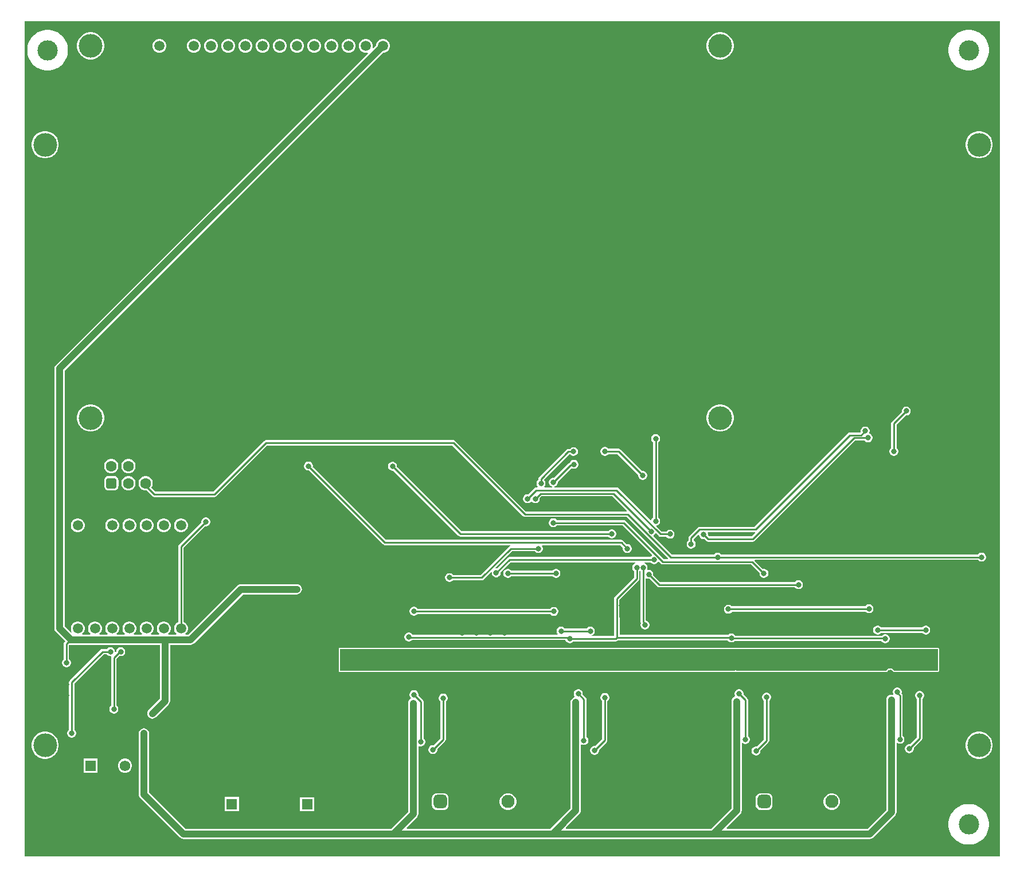
<source format=gbr>
%TF.GenerationSoftware,Altium Limited,Altium Designer,25.1.2 (22)*%
G04 Layer_Physical_Order=2*
G04 Layer_Color=16711680*
%FSLAX26Y26*%
%MOIN*%
%TF.SameCoordinates,F7076460-2797-427A-AE81-16C54333DA03*%
%TF.FilePolarity,Positive*%
%TF.FileFunction,Copper,L2,Bot,Signal*%
%TF.Part,Single*%
G01*
G75*
%TA.AperFunction,FiducialPad,Global*%
%ADD28C,0.118110*%
%TA.AperFunction,Conductor*%
%ADD46C,0.010000*%
%ADD48C,0.039370*%
%TA.AperFunction,ComponentPad*%
%ADD49C,0.059843*%
%ADD50C,0.062992*%
G04:AMPARAMS|DCode=51|XSize=62.992mil|YSize=62.992mil|CornerRadius=15.748mil|HoleSize=0mil|Usage=FLASHONLY|Rotation=0.000|XOffset=0mil|YOffset=0mil|HoleType=Round|Shape=RoundedRectangle|*
%AMROUNDEDRECTD51*
21,1,0.062992,0.031496,0,0,0.0*
21,1,0.031496,0.062992,0,0,0.0*
1,1,0.031496,0.015748,-0.015748*
1,1,0.031496,-0.015748,-0.015748*
1,1,0.031496,-0.015748,0.015748*
1,1,0.031496,0.015748,0.015748*
%
%ADD51ROUNDEDRECTD51*%
%ADD52C,0.137795*%
G04:AMPARAMS|DCode=53|XSize=76.772mil|YSize=76.772mil|CornerRadius=19.193mil|HoleSize=0mil|Usage=FLASHONLY|Rotation=0.000|XOffset=0mil|YOffset=0mil|HoleType=Round|Shape=RoundedRectangle|*
%AMROUNDEDRECTD53*
21,1,0.076772,0.038386,0,0,0.0*
21,1,0.038386,0.076772,0,0,0.0*
1,1,0.038386,0.019193,-0.019193*
1,1,0.038386,-0.019193,-0.019193*
1,1,0.038386,-0.019193,0.019193*
1,1,0.038386,0.019193,0.019193*
%
%ADD53ROUNDEDRECTD53*%
%ADD54C,0.076772*%
%ADD55R,0.062992X0.062992*%
%ADD56R,0.061811X0.061811*%
%ADD57C,0.061811*%
%ADD58C,0.082677*%
%TA.AperFunction,ViaPad*%
%ADD59C,0.031496*%
G36*
X5675000Y205000D02*
X5000D01*
Y5065000D01*
X5675000D01*
Y205000D01*
D02*
G37*
%LPC*%
G36*
X2095256Y4959921D02*
X2084744D01*
X2074591Y4957201D01*
X2065488Y4951945D01*
X2058055Y4944512D01*
X2052799Y4935409D01*
X2050079Y4925256D01*
Y4925006D01*
X2033370Y4908297D01*
X2028887Y4910885D01*
X2029921Y4914744D01*
Y4925256D01*
X2027201Y4935409D01*
X2021945Y4944512D01*
X2014512Y4951945D01*
X2005409Y4957201D01*
X1995256Y4959921D01*
X1984744D01*
X1974591Y4957201D01*
X1965488Y4951945D01*
X1958055Y4944512D01*
X1952799Y4935409D01*
X1950079Y4925256D01*
Y4914744D01*
X1952799Y4904591D01*
X1958055Y4895488D01*
X1965488Y4888055D01*
X1974591Y4882799D01*
X1984744Y4880079D01*
X1995256D01*
X1999115Y4881113D01*
X2001703Y4876630D01*
X188828Y3063755D01*
X184070Y3057554D01*
X181079Y3050333D01*
X180059Y3042584D01*
Y1530000D01*
X181079Y1522251D01*
X184070Y1515029D01*
X188828Y1508828D01*
X242402Y1455255D01*
X237793Y1450646D01*
X234478Y1445684D01*
X233314Y1439831D01*
Y1349727D01*
X229397Y1345810D01*
X226007Y1339938D01*
X224252Y1333390D01*
Y1326610D01*
X226007Y1320062D01*
X229397Y1314190D01*
X234190Y1309397D01*
X240062Y1306007D01*
X246610Y1304252D01*
X253390D01*
X259938Y1306007D01*
X265810Y1309397D01*
X270603Y1314190D01*
X273993Y1320062D01*
X275748Y1326610D01*
Y1333390D01*
X273993Y1339938D01*
X270603Y1345810D01*
X265810Y1350603D01*
X263902Y1351705D01*
Y1432152D01*
X267936Y1435828D01*
X273777Y1435059D01*
X791863D01*
Y1120598D01*
X727436Y1056172D01*
X722678Y1049971D01*
X719687Y1042749D01*
X718667Y1035000D01*
X719687Y1027251D01*
X722678Y1020029D01*
X727436Y1013828D01*
X733637Y1009070D01*
X740859Y1006079D01*
X748608Y1005059D01*
X756357Y1006079D01*
X763578Y1009070D01*
X769779Y1013828D01*
X842976Y1087024D01*
X847734Y1093225D01*
X850725Y1100447D01*
X851745Y1108196D01*
Y1435059D01*
X971538D01*
X979288Y1436079D01*
X986509Y1439070D01*
X992710Y1443828D01*
X1276690Y1727808D01*
X1588921D01*
X1596670Y1728828D01*
X1603892Y1731820D01*
X1610093Y1736578D01*
X1614851Y1742779D01*
X1617842Y1750000D01*
X1618862Y1757749D01*
X1617842Y1765499D01*
X1614851Y1772720D01*
X1610093Y1778921D01*
X1603892Y1783679D01*
X1596670Y1786670D01*
X1588921Y1787691D01*
X1264288D01*
X1256538Y1786670D01*
X1249317Y1783679D01*
X1243116Y1778921D01*
X959136Y1494941D01*
X943469D01*
X941398Y1499941D01*
X946945Y1505488D01*
X952201Y1514591D01*
X954921Y1524744D01*
Y1535256D01*
X952201Y1545409D01*
X946945Y1554512D01*
X939512Y1561945D01*
X930409Y1567201D01*
X930294Y1567232D01*
Y1999764D01*
X1055383Y2124852D01*
X1055958Y2124698D01*
X1062737D01*
X1069286Y2126453D01*
X1075157Y2129843D01*
X1079951Y2134636D01*
X1083341Y2140508D01*
X1085096Y2147056D01*
Y2153836D01*
X1083341Y2160385D01*
X1079951Y2166256D01*
X1075157Y2171050D01*
X1069286Y2174439D01*
X1062737Y2176194D01*
X1055958D01*
X1049409Y2174439D01*
X1043538Y2171050D01*
X1038744Y2166256D01*
X1035354Y2160385D01*
X1033600Y2153836D01*
Y2147056D01*
X1033754Y2146481D01*
X904186Y2016913D01*
X900870Y2011951D01*
X899706Y2006098D01*
Y1567232D01*
X899591Y1567201D01*
X890488Y1561945D01*
X883055Y1554512D01*
X877799Y1545409D01*
X875079Y1535256D01*
Y1524744D01*
X877799Y1514591D01*
X883055Y1505488D01*
X888602Y1499941D01*
X886531Y1494941D01*
X843469D01*
X841398Y1499941D01*
X846945Y1505488D01*
X852201Y1514591D01*
X854921Y1524744D01*
Y1535256D01*
X852201Y1545409D01*
X846945Y1554512D01*
X839512Y1561945D01*
X830409Y1567201D01*
X820256Y1569921D01*
X809744D01*
X799591Y1567201D01*
X790488Y1561945D01*
X783055Y1554512D01*
X777799Y1545409D01*
X775079Y1535256D01*
Y1524744D01*
X777799Y1514591D01*
X783055Y1505488D01*
X788602Y1499941D01*
X786531Y1494941D01*
X743469D01*
X741398Y1499941D01*
X746945Y1505488D01*
X752201Y1514591D01*
X754921Y1524744D01*
Y1535256D01*
X752201Y1545409D01*
X746945Y1554512D01*
X739512Y1561945D01*
X730409Y1567201D01*
X720256Y1569921D01*
X709744D01*
X699591Y1567201D01*
X690488Y1561945D01*
X683055Y1554512D01*
X677799Y1545409D01*
X675079Y1535256D01*
Y1524744D01*
X677799Y1514591D01*
X683055Y1505488D01*
X688602Y1499941D01*
X686531Y1494941D01*
X643469D01*
X641398Y1499941D01*
X646945Y1505488D01*
X652201Y1514591D01*
X654921Y1524744D01*
Y1535256D01*
X652201Y1545409D01*
X646945Y1554512D01*
X639512Y1561945D01*
X630409Y1567201D01*
X620256Y1569921D01*
X609744D01*
X599591Y1567201D01*
X590488Y1561945D01*
X583055Y1554512D01*
X577799Y1545409D01*
X575079Y1535256D01*
Y1524744D01*
X577799Y1514591D01*
X583055Y1505488D01*
X588602Y1499941D01*
X586531Y1494941D01*
X543469D01*
X541398Y1499941D01*
X546945Y1505488D01*
X552201Y1514591D01*
X554921Y1524744D01*
Y1535256D01*
X552201Y1545409D01*
X546945Y1554512D01*
X539512Y1561945D01*
X530409Y1567201D01*
X520256Y1569921D01*
X509744D01*
X499591Y1567201D01*
X490488Y1561945D01*
X483055Y1554512D01*
X477799Y1545409D01*
X475079Y1535256D01*
Y1524744D01*
X477799Y1514591D01*
X483055Y1505488D01*
X488602Y1499941D01*
X486531Y1494941D01*
X443469D01*
X441398Y1499941D01*
X446945Y1505488D01*
X452201Y1514591D01*
X454921Y1524744D01*
Y1535256D01*
X452201Y1545409D01*
X446945Y1554512D01*
X439512Y1561945D01*
X430409Y1567201D01*
X420256Y1569921D01*
X409744D01*
X399591Y1567201D01*
X390488Y1561945D01*
X383055Y1554512D01*
X377799Y1545409D01*
X375079Y1535256D01*
Y1524744D01*
X377799Y1514591D01*
X383055Y1505488D01*
X388602Y1499941D01*
X386531Y1494941D01*
X343469D01*
X341398Y1499941D01*
X346945Y1505488D01*
X352201Y1514591D01*
X354921Y1524744D01*
Y1535256D01*
X352201Y1545409D01*
X346945Y1554512D01*
X339512Y1561945D01*
X330409Y1567201D01*
X320256Y1569921D01*
X309744D01*
X299591Y1567201D01*
X290488Y1561945D01*
X283055Y1554512D01*
X277799Y1545409D01*
X275079Y1535256D01*
Y1524744D01*
X277799Y1514591D01*
X281865Y1507550D01*
X277864Y1504479D01*
X239941Y1542402D01*
Y3030182D01*
X2089838Y4880079D01*
X2095256D01*
X2105409Y4882799D01*
X2114512Y4888055D01*
X2121945Y4895488D01*
X2127201Y4904591D01*
X2129921Y4914744D01*
Y4925256D01*
X2127201Y4935409D01*
X2121945Y4944512D01*
X2114512Y4951945D01*
X2105409Y4957201D01*
X2095256Y4959921D01*
D02*
G37*
G36*
X1895256D02*
X1884744D01*
X1874591Y4957201D01*
X1865488Y4951945D01*
X1858055Y4944512D01*
X1852799Y4935409D01*
X1850079Y4925256D01*
Y4914744D01*
X1852799Y4904591D01*
X1858055Y4895488D01*
X1865488Y4888055D01*
X1874591Y4882799D01*
X1884744Y4880079D01*
X1895256D01*
X1905409Y4882799D01*
X1914512Y4888055D01*
X1921945Y4895488D01*
X1927201Y4904591D01*
X1929921Y4914744D01*
Y4925256D01*
X1927201Y4935409D01*
X1921945Y4944512D01*
X1914512Y4951945D01*
X1905409Y4957201D01*
X1895256Y4959921D01*
D02*
G37*
G36*
X1795256D02*
X1784744D01*
X1774591Y4957201D01*
X1765488Y4951945D01*
X1758055Y4944512D01*
X1752799Y4935409D01*
X1750079Y4925256D01*
Y4914744D01*
X1752799Y4904591D01*
X1758055Y4895488D01*
X1765488Y4888055D01*
X1774591Y4882799D01*
X1784744Y4880079D01*
X1795256D01*
X1805409Y4882799D01*
X1814512Y4888055D01*
X1821945Y4895488D01*
X1827201Y4904591D01*
X1829921Y4914744D01*
Y4925256D01*
X1827201Y4935409D01*
X1821945Y4944512D01*
X1814512Y4951945D01*
X1805409Y4957201D01*
X1795256Y4959921D01*
D02*
G37*
G36*
X1695256D02*
X1684744D01*
X1674591Y4957201D01*
X1665488Y4951945D01*
X1658055Y4944512D01*
X1652799Y4935409D01*
X1650079Y4925256D01*
Y4914744D01*
X1652799Y4904591D01*
X1658055Y4895488D01*
X1665488Y4888055D01*
X1674591Y4882799D01*
X1684744Y4880079D01*
X1695256D01*
X1705409Y4882799D01*
X1714512Y4888055D01*
X1721945Y4895488D01*
X1727201Y4904591D01*
X1729921Y4914744D01*
Y4925256D01*
X1727201Y4935409D01*
X1721945Y4944512D01*
X1714512Y4951945D01*
X1705409Y4957201D01*
X1695256Y4959921D01*
D02*
G37*
G36*
X1595256D02*
X1584744D01*
X1574591Y4957201D01*
X1565488Y4951945D01*
X1558055Y4944512D01*
X1552799Y4935409D01*
X1550079Y4925256D01*
Y4914744D01*
X1552799Y4904591D01*
X1558055Y4895488D01*
X1565488Y4888055D01*
X1574591Y4882799D01*
X1584744Y4880079D01*
X1595256D01*
X1605409Y4882799D01*
X1614512Y4888055D01*
X1621945Y4895488D01*
X1627201Y4904591D01*
X1629921Y4914744D01*
Y4925256D01*
X1627201Y4935409D01*
X1621945Y4944512D01*
X1614512Y4951945D01*
X1605409Y4957201D01*
X1595256Y4959921D01*
D02*
G37*
G36*
X1495256D02*
X1484744D01*
X1474591Y4957201D01*
X1465488Y4951945D01*
X1458055Y4944512D01*
X1452799Y4935409D01*
X1450079Y4925256D01*
Y4914744D01*
X1452799Y4904591D01*
X1458055Y4895488D01*
X1465488Y4888055D01*
X1474591Y4882799D01*
X1484744Y4880079D01*
X1495256D01*
X1505409Y4882799D01*
X1514512Y4888055D01*
X1521945Y4895488D01*
X1527201Y4904591D01*
X1529921Y4914744D01*
Y4925256D01*
X1527201Y4935409D01*
X1521945Y4944512D01*
X1514512Y4951945D01*
X1505409Y4957201D01*
X1495256Y4959921D01*
D02*
G37*
G36*
X1395256D02*
X1384744D01*
X1374591Y4957201D01*
X1365488Y4951945D01*
X1358055Y4944512D01*
X1352799Y4935409D01*
X1350079Y4925256D01*
Y4914744D01*
X1352799Y4904591D01*
X1358055Y4895488D01*
X1365488Y4888055D01*
X1374591Y4882799D01*
X1384744Y4880079D01*
X1395256D01*
X1405409Y4882799D01*
X1414512Y4888055D01*
X1421945Y4895488D01*
X1427201Y4904591D01*
X1429921Y4914744D01*
Y4925256D01*
X1427201Y4935409D01*
X1421945Y4944512D01*
X1414512Y4951945D01*
X1405409Y4957201D01*
X1395256Y4959921D01*
D02*
G37*
G36*
X1295256D02*
X1284744D01*
X1274591Y4957201D01*
X1265488Y4951945D01*
X1258055Y4944512D01*
X1252799Y4935409D01*
X1250079Y4925256D01*
Y4914744D01*
X1252799Y4904591D01*
X1258055Y4895488D01*
X1265488Y4888055D01*
X1274591Y4882799D01*
X1284744Y4880079D01*
X1295256D01*
X1305409Y4882799D01*
X1314512Y4888055D01*
X1321945Y4895488D01*
X1327201Y4904591D01*
X1329921Y4914744D01*
Y4925256D01*
X1327201Y4935409D01*
X1321945Y4944512D01*
X1314512Y4951945D01*
X1305409Y4957201D01*
X1295256Y4959921D01*
D02*
G37*
G36*
X1195256D02*
X1184744D01*
X1174591Y4957201D01*
X1165488Y4951945D01*
X1158055Y4944512D01*
X1152799Y4935409D01*
X1150079Y4925256D01*
Y4914744D01*
X1152799Y4904591D01*
X1158055Y4895488D01*
X1165488Y4888055D01*
X1174591Y4882799D01*
X1184744Y4880079D01*
X1195256D01*
X1205409Y4882799D01*
X1214512Y4888055D01*
X1221945Y4895488D01*
X1227201Y4904591D01*
X1229921Y4914744D01*
Y4925256D01*
X1227201Y4935409D01*
X1221945Y4944512D01*
X1214512Y4951945D01*
X1205409Y4957201D01*
X1195256Y4959921D01*
D02*
G37*
G36*
X1095256D02*
X1084744D01*
X1074591Y4957201D01*
X1065488Y4951945D01*
X1058055Y4944512D01*
X1052799Y4935409D01*
X1050079Y4925256D01*
Y4914744D01*
X1052799Y4904591D01*
X1058055Y4895488D01*
X1065488Y4888055D01*
X1074591Y4882799D01*
X1084744Y4880079D01*
X1095256D01*
X1105409Y4882799D01*
X1114512Y4888055D01*
X1121945Y4895488D01*
X1127201Y4904591D01*
X1129921Y4914744D01*
Y4925256D01*
X1127201Y4935409D01*
X1121945Y4944512D01*
X1114512Y4951945D01*
X1105409Y4957201D01*
X1095256Y4959921D01*
D02*
G37*
G36*
X995256D02*
X984744D01*
X974591Y4957201D01*
X965488Y4951945D01*
X958055Y4944512D01*
X952799Y4935409D01*
X950079Y4925256D01*
Y4914744D01*
X952799Y4904591D01*
X958055Y4895488D01*
X965488Y4888055D01*
X974591Y4882799D01*
X984744Y4880079D01*
X995256D01*
X1005409Y4882799D01*
X1014512Y4888055D01*
X1021945Y4895488D01*
X1027201Y4904591D01*
X1029921Y4914744D01*
Y4925256D01*
X1027201Y4935409D01*
X1021945Y4944512D01*
X1014512Y4951945D01*
X1005409Y4957201D01*
X995256Y4959921D01*
D02*
G37*
G36*
X795256D02*
X784744D01*
X774591Y4957201D01*
X765488Y4951945D01*
X758055Y4944512D01*
X752799Y4935409D01*
X750079Y4925256D01*
Y4914744D01*
X752799Y4904591D01*
X758055Y4895488D01*
X765488Y4888055D01*
X774591Y4882799D01*
X784744Y4880079D01*
X795256D01*
X805409Y4882799D01*
X814512Y4888055D01*
X821945Y4895488D01*
X827201Y4904591D01*
X829921Y4914744D01*
Y4925256D01*
X827201Y4935409D01*
X821945Y4944512D01*
X814512Y4951945D01*
X805409Y4957201D01*
X795256Y4959921D01*
D02*
G37*
G36*
X4057771Y4998898D02*
X4042229D01*
X4026986Y4995866D01*
X4012628Y4989918D01*
X3999706Y4981284D01*
X3988716Y4970294D01*
X3980082Y4957372D01*
X3974134Y4943014D01*
X3971102Y4927771D01*
Y4912229D01*
X3974134Y4896986D01*
X3980082Y4882628D01*
X3988716Y4869706D01*
X3999706Y4858716D01*
X4012628Y4850082D01*
X4026986Y4844134D01*
X4042229Y4841102D01*
X4057771D01*
X4073014Y4844134D01*
X4087372Y4850082D01*
X4100294Y4858716D01*
X4111284Y4869706D01*
X4119918Y4882628D01*
X4125866Y4896986D01*
X4128898Y4912229D01*
Y4927771D01*
X4125866Y4943014D01*
X4119918Y4957372D01*
X4111284Y4970294D01*
X4100294Y4981284D01*
X4087372Y4989918D01*
X4073014Y4995866D01*
X4057771Y4998898D01*
D02*
G37*
G36*
X397771D02*
X382229D01*
X366986Y4995866D01*
X352628Y4989918D01*
X339706Y4981284D01*
X328716Y4970294D01*
X320082Y4957372D01*
X314134Y4943014D01*
X311102Y4927771D01*
Y4912229D01*
X314134Y4896986D01*
X320082Y4882628D01*
X328716Y4869706D01*
X339706Y4858716D01*
X352628Y4850082D01*
X366986Y4844134D01*
X382229Y4841102D01*
X397771D01*
X413014Y4844134D01*
X427372Y4850082D01*
X440294Y4858716D01*
X451284Y4869706D01*
X459918Y4882628D01*
X465866Y4896986D01*
X468898Y4912229D01*
Y4927771D01*
X465866Y4943014D01*
X459918Y4957372D01*
X451284Y4970294D01*
X440294Y4981284D01*
X427372Y4989918D01*
X413014Y4995866D01*
X397771Y4998898D01*
D02*
G37*
G36*
X5504296Y5013110D02*
X5485704D01*
X5467342Y5010202D01*
X5449661Y5004457D01*
X5433097Y4996017D01*
X5418056Y4985089D01*
X5404911Y4971944D01*
X5393983Y4956903D01*
X5385543Y4940339D01*
X5379798Y4922658D01*
X5376890Y4904296D01*
Y4885704D01*
X5379798Y4867342D01*
X5385543Y4849661D01*
X5393983Y4833097D01*
X5404911Y4818056D01*
X5418056Y4804911D01*
X5433097Y4793983D01*
X5449661Y4785543D01*
X5467342Y4779798D01*
X5485704Y4776890D01*
X5504296D01*
X5522658Y4779798D01*
X5540339Y4785543D01*
X5556903Y4793983D01*
X5571944Y4804911D01*
X5585089Y4818056D01*
X5596017Y4833097D01*
X5604457Y4849661D01*
X5610202Y4867342D01*
X5613110Y4885704D01*
Y4904296D01*
X5610202Y4922658D01*
X5604457Y4940339D01*
X5596017Y4956903D01*
X5585089Y4971944D01*
X5571944Y4985089D01*
X5556903Y4996017D01*
X5540339Y5004457D01*
X5522658Y5010202D01*
X5504296Y5013110D01*
D02*
G37*
G36*
X149296D02*
X130704D01*
X112343Y5010202D01*
X94661Y5004457D01*
X78097Y4996017D01*
X63056Y4985089D01*
X49911Y4971944D01*
X38983Y4956903D01*
X30543Y4940339D01*
X24798Y4922658D01*
X21890Y4904296D01*
Y4885704D01*
X24798Y4867342D01*
X30543Y4849661D01*
X38983Y4833097D01*
X49911Y4818056D01*
X63056Y4804911D01*
X78097Y4793983D01*
X94661Y4785543D01*
X112343Y4779798D01*
X130704Y4776890D01*
X149296D01*
X167657Y4779798D01*
X185339Y4785543D01*
X201903Y4793983D01*
X216944Y4804911D01*
X230089Y4818056D01*
X241017Y4833097D01*
X249457Y4849661D01*
X255202Y4867342D01*
X258110Y4885704D01*
Y4904296D01*
X255202Y4922658D01*
X249457Y4940339D01*
X241017Y4956903D01*
X230089Y4971944D01*
X216944Y4985089D01*
X201903Y4996017D01*
X185339Y5004457D01*
X167657Y5010202D01*
X149296Y5013110D01*
D02*
G37*
G36*
X5562771Y4423898D02*
X5547229D01*
X5531986Y4420866D01*
X5517628Y4414918D01*
X5504706Y4406284D01*
X5493716Y4395294D01*
X5485082Y4382372D01*
X5479134Y4368014D01*
X5476102Y4352771D01*
Y4337229D01*
X5479134Y4321986D01*
X5485082Y4307628D01*
X5493716Y4294706D01*
X5504706Y4283716D01*
X5517628Y4275082D01*
X5531986Y4269134D01*
X5547229Y4266102D01*
X5562771D01*
X5578014Y4269134D01*
X5592372Y4275082D01*
X5605294Y4283716D01*
X5616284Y4294706D01*
X5624918Y4307628D01*
X5630866Y4321986D01*
X5633898Y4337229D01*
Y4352771D01*
X5630866Y4368014D01*
X5624918Y4382372D01*
X5616284Y4395294D01*
X5605294Y4406284D01*
X5592372Y4414918D01*
X5578014Y4420866D01*
X5562771Y4423898D01*
D02*
G37*
G36*
X132771D02*
X117229D01*
X101986Y4420866D01*
X87628Y4414918D01*
X74706Y4406284D01*
X63716Y4395294D01*
X55082Y4382372D01*
X49134Y4368014D01*
X46102Y4352771D01*
Y4337229D01*
X49134Y4321986D01*
X55082Y4307628D01*
X63716Y4294706D01*
X74706Y4283716D01*
X87628Y4275082D01*
X101986Y4269134D01*
X117229Y4266102D01*
X132771D01*
X148014Y4269134D01*
X162372Y4275082D01*
X175294Y4283716D01*
X186284Y4294706D01*
X194918Y4307628D01*
X200866Y4321986D01*
X203898Y4337229D01*
Y4352771D01*
X200866Y4368014D01*
X194918Y4382372D01*
X186284Y4395294D01*
X175294Y4406284D01*
X162372Y4414918D01*
X148014Y4420866D01*
X132771Y4423898D01*
D02*
G37*
G36*
X5135610Y2821439D02*
X5128831D01*
X5122282Y2819684D01*
X5116411Y2816294D01*
X5111617Y2811500D01*
X5108227Y2805629D01*
X5106472Y2799080D01*
Y2792301D01*
X5106627Y2791726D01*
X5049186Y2734285D01*
X5045870Y2729323D01*
X5044706Y2723470D01*
Y2580901D01*
X5044190Y2580604D01*
X5039396Y2575810D01*
X5036007Y2569938D01*
X5034252Y2563390D01*
Y2556610D01*
X5036007Y2550062D01*
X5039396Y2544190D01*
X5044190Y2539396D01*
X5050062Y2536007D01*
X5056610Y2534252D01*
X5063390D01*
X5069938Y2536007D01*
X5075810Y2539396D01*
X5080604Y2544190D01*
X5083993Y2550062D01*
X5085748Y2556610D01*
Y2563390D01*
X5083993Y2569938D01*
X5080604Y2575810D01*
X5075810Y2580604D01*
X5075294Y2580901D01*
Y2717135D01*
X5128255Y2770097D01*
X5128831Y2769943D01*
X5135610D01*
X5142159Y2771697D01*
X5148030Y2775087D01*
X5152824Y2779881D01*
X5156214Y2785752D01*
X5157968Y2792301D01*
Y2799080D01*
X5156214Y2805629D01*
X5152824Y2811500D01*
X5148030Y2816294D01*
X5142159Y2819684D01*
X5135610Y2821439D01*
D02*
G37*
G36*
X4057771Y2833898D02*
X4042229D01*
X4026986Y2830866D01*
X4012628Y2824918D01*
X3999706Y2816284D01*
X3988716Y2805294D01*
X3980082Y2792372D01*
X3974134Y2778014D01*
X3971102Y2762771D01*
Y2747229D01*
X3974134Y2731986D01*
X3980082Y2717628D01*
X3988716Y2704706D01*
X3999706Y2693716D01*
X4012628Y2685082D01*
X4026986Y2679134D01*
X4042229Y2676102D01*
X4057771D01*
X4073014Y2679134D01*
X4087372Y2685082D01*
X4100294Y2693716D01*
X4111284Y2704706D01*
X4119918Y2717628D01*
X4125866Y2731986D01*
X4128898Y2747229D01*
Y2762771D01*
X4125866Y2778014D01*
X4119918Y2792372D01*
X4111284Y2805294D01*
X4100294Y2816284D01*
X4087372Y2824918D01*
X4073014Y2830866D01*
X4057771Y2833898D01*
D02*
G37*
G36*
X397771D02*
X382229D01*
X366986Y2830866D01*
X352628Y2824918D01*
X339706Y2816284D01*
X328716Y2805294D01*
X320082Y2792372D01*
X314134Y2778014D01*
X311102Y2762771D01*
Y2747229D01*
X314134Y2731986D01*
X320082Y2717628D01*
X328716Y2704706D01*
X339706Y2693716D01*
X352628Y2685082D01*
X366986Y2679134D01*
X382229Y2676102D01*
X397771D01*
X413014Y2679134D01*
X427372Y2685082D01*
X440294Y2693716D01*
X451284Y2704706D01*
X459918Y2717628D01*
X465866Y2731986D01*
X468897Y2747229D01*
Y2762771D01*
X465866Y2778014D01*
X459918Y2792372D01*
X451284Y2805294D01*
X440294Y2816284D01*
X427372Y2824918D01*
X413014Y2830866D01*
X397771Y2833898D01*
D02*
G37*
G36*
X4897248Y2704606D02*
X4890468D01*
X4883920Y2702852D01*
X4878049Y2699462D01*
X4873255Y2694668D01*
X4869865Y2688797D01*
X4868110Y2682248D01*
Y2675468D01*
X4868264Y2674893D01*
X4863368Y2669997D01*
X4804703D01*
X4798850Y2668833D01*
X4793889Y2665517D01*
X4249925Y2121554D01*
X3930914D01*
X3925061Y2120390D01*
X3920099Y2117074D01*
X3870228Y2067202D01*
X3866912Y2062241D01*
X3865748Y2056388D01*
Y2040367D01*
X3865232Y2040069D01*
X3860439Y2035275D01*
X3857049Y2029404D01*
X3855294Y2022855D01*
Y2016075D01*
X3857049Y2009527D01*
X3860439Y2003656D01*
X3865232Y1998862D01*
X3871104Y1995472D01*
X3877652Y1993717D01*
X3884432D01*
X3890980Y1995472D01*
X3896852Y1998862D01*
X3901646Y2003656D01*
X3905035Y2009527D01*
X3906790Y2016075D01*
Y2022855D01*
X3905035Y2029404D01*
X3901646Y2035275D01*
X3896852Y2040069D01*
X3896336Y2040367D01*
Y2050053D01*
X3922642Y2076359D01*
X3927642Y2074288D01*
Y2072358D01*
X3929396Y2065810D01*
X3932786Y2059938D01*
X3937580Y2055144D01*
X3943451Y2051755D01*
X3950000Y2050000D01*
X3956780D01*
X3957355Y2050154D01*
X3968323Y2039186D01*
X3973285Y2035870D01*
X3979138Y2034706D01*
X4240000D01*
X4245853Y2035870D01*
X4250814Y2039186D01*
X4835132Y2623503D01*
X4888587D01*
X4888885Y2622988D01*
X4893679Y2618194D01*
X4899550Y2614804D01*
X4906099Y2613049D01*
X4912879D01*
X4919427Y2614804D01*
X4925298Y2618194D01*
X4930092Y2622988D01*
X4933482Y2628859D01*
X4935237Y2635408D01*
Y2642187D01*
X4933482Y2648736D01*
X4930092Y2654607D01*
X4925298Y2659401D01*
X4919427Y2662791D01*
X4918965Y2662915D01*
X4917051Y2667534D01*
X4917852Y2668920D01*
X4919606Y2675468D01*
Y2682248D01*
X4917852Y2688797D01*
X4914462Y2694668D01*
X4909668Y2699462D01*
X4903797Y2702852D01*
X4897248Y2704606D01*
D02*
G37*
G36*
X3678390Y2660748D02*
X3671610D01*
X3665062Y2658993D01*
X3659190Y2655604D01*
X3654396Y2650810D01*
X3651007Y2644938D01*
X3649252Y2638390D01*
Y2631610D01*
X3651007Y2625062D01*
X3654396Y2619190D01*
X3659190Y2614396D01*
X3659706Y2614099D01*
Y2175901D01*
X3659190Y2175604D01*
X3654396Y2170810D01*
X3651007Y2164938D01*
X3650045Y2161349D01*
X3644468Y2159855D01*
X3458508Y2345814D01*
X3453546Y2349130D01*
X3447694Y2350294D01*
X3087936D01*
X3087278Y2355294D01*
X3089938Y2356007D01*
X3095810Y2359396D01*
X3100604Y2364190D01*
X3103993Y2370062D01*
X3105748Y2376610D01*
Y2383390D01*
X3105594Y2383965D01*
X3185354Y2463725D01*
X3190062Y2461007D01*
X3196610Y2459252D01*
X3203390D01*
X3209938Y2461007D01*
X3215810Y2464396D01*
X3220604Y2469190D01*
X3223993Y2475062D01*
X3225748Y2481610D01*
Y2488390D01*
X3223993Y2494938D01*
X3220604Y2500810D01*
X3215810Y2505604D01*
X3209938Y2508993D01*
X3203390Y2510748D01*
X3196610D01*
X3190062Y2508993D01*
X3184190Y2505604D01*
X3179396Y2500810D01*
X3176184Y2495245D01*
X3175034Y2495017D01*
X3170073Y2491701D01*
X3083965Y2405594D01*
X3083390Y2405748D01*
X3076610D01*
X3070062Y2403993D01*
X3064190Y2400604D01*
X3059396Y2395810D01*
X3056007Y2389938D01*
X3054252Y2383390D01*
Y2376610D01*
X3056007Y2370062D01*
X3059396Y2364190D01*
X3064190Y2359396D01*
X3070062Y2356007D01*
X3072722Y2355294D01*
X3072064Y2350294D01*
X3028778D01*
X3026707Y2355294D01*
X3028993Y2357580D01*
X3032383Y2363452D01*
X3034138Y2370000D01*
Y2376780D01*
X3032383Y2383328D01*
X3028993Y2389200D01*
X3024200Y2393993D01*
X3027088Y2397817D01*
X3172630Y2543360D01*
X3177519Y2543363D01*
X3182313Y2538569D01*
X3188184Y2535180D01*
X3194733Y2533425D01*
X3201512D01*
X3208061Y2535180D01*
X3213932Y2538569D01*
X3218726Y2543363D01*
X3222116Y2549234D01*
X3223870Y2555783D01*
Y2562563D01*
X3222116Y2569111D01*
X3218726Y2574983D01*
X3213932Y2579776D01*
X3208061Y2583166D01*
X3201512Y2584921D01*
X3194733D01*
X3188184Y2583166D01*
X3182313Y2579776D01*
X3177519Y2574983D01*
X3177221Y2574467D01*
X3166815D01*
X3160962Y2573302D01*
X3156000Y2569987D01*
X2997575Y2411562D01*
X2994260Y2406601D01*
X2993096Y2400748D01*
Y2394291D01*
X2992580Y2393993D01*
X2987786Y2389200D01*
X2984397Y2383328D01*
X2982642Y2376780D01*
Y2370000D01*
X2984397Y2363452D01*
X2987786Y2357580D01*
X2990073Y2355294D01*
X2988002Y2350294D01*
X2980000D01*
X2974147Y2349130D01*
X2969186Y2345814D01*
X2933965Y2310594D01*
X2933390Y2310748D01*
X2926610D01*
X2920062Y2308993D01*
X2914190Y2305604D01*
X2909396Y2300810D01*
X2906007Y2294938D01*
X2904252Y2288390D01*
Y2281610D01*
X2906007Y2275062D01*
X2909396Y2269190D01*
X2914190Y2264396D01*
X2920062Y2261007D01*
X2926610Y2259252D01*
X2933390D01*
X2939938Y2261007D01*
X2945810Y2264396D01*
X2949348Y2267935D01*
X2952500Y2268719D01*
X2955652Y2267935D01*
X2959190Y2264396D01*
X2965062Y2261007D01*
X2971610Y2259252D01*
X2978390D01*
X2984938Y2261007D01*
X2990810Y2264396D01*
X2995604Y2269190D01*
X2998993Y2275062D01*
X3000748Y2281610D01*
Y2288390D01*
X3000594Y2288965D01*
X3011335Y2299706D01*
X3423665D01*
X3508077Y2215294D01*
X3506006Y2210294D01*
X2921335D01*
X2510814Y2620814D01*
X2505853Y2624130D01*
X2500000Y2625294D01*
X1410000D01*
X1404147Y2624130D01*
X1399186Y2620814D01*
X1103665Y2325294D01*
X766335D01*
X742657Y2348972D01*
X743205Y2349521D01*
X748668Y2358983D01*
X751496Y2369537D01*
Y2380463D01*
X748668Y2391017D01*
X743205Y2400479D01*
X735479Y2408205D01*
X726017Y2413668D01*
X715463Y2416496D01*
X704537D01*
X693983Y2413668D01*
X684521Y2408205D01*
X676795Y2400479D01*
X671332Y2391017D01*
X668504Y2380463D01*
Y2369537D01*
X671332Y2358983D01*
X676795Y2349521D01*
X684521Y2341795D01*
X693983Y2336332D01*
X704537Y2333504D01*
X714867D01*
X749186Y2299186D01*
X754147Y2295870D01*
X760000Y2294706D01*
X1110000D01*
X1115853Y2295870D01*
X1120814Y2299186D01*
X1416335Y2594706D01*
X2493665D01*
X2904186Y2184186D01*
X2909147Y2180870D01*
X2915000Y2179706D01*
X3505971D01*
X3747037Y1938640D01*
X3744966Y1933640D01*
X3723123D01*
X3500949Y2155814D01*
X3495987Y2159130D01*
X3490135Y2160294D01*
X3100901D01*
X3100604Y2160810D01*
X3095810Y2165604D01*
X3089938Y2168993D01*
X3083390Y2170748D01*
X3076610D01*
X3070062Y2168993D01*
X3064190Y2165604D01*
X3059396Y2160810D01*
X3056007Y2154938D01*
X3054252Y2148390D01*
Y2141610D01*
X3056007Y2135062D01*
X3059396Y2129190D01*
X3064190Y2124396D01*
X3070062Y2121007D01*
X3076610Y2119252D01*
X3083390D01*
X3089938Y2121007D01*
X3095810Y2124396D01*
X3100604Y2129190D01*
X3100901Y2129706D01*
X3483800D01*
X3654878Y1958628D01*
X3653401Y1953034D01*
X3649190Y1950603D01*
X3644396Y1945810D01*
X3644099Y1945294D01*
X2825000D01*
X2819147Y1944130D01*
X2814186Y1940814D01*
X2752161Y1878789D01*
X2751585Y1878944D01*
X2745552D01*
X2744206Y1880762D01*
X2743237Y1883699D01*
X2838968Y1979431D01*
X2972195D01*
X2972492Y1978915D01*
X2977286Y1974121D01*
X2983158Y1970732D01*
X2989706Y1968977D01*
X2996486D01*
X3003034Y1970732D01*
X3008906Y1974121D01*
X3013700Y1978915D01*
X3017089Y1984786D01*
X3018844Y1991335D01*
Y1998115D01*
X3017089Y2004663D01*
X3014178Y2009706D01*
X3015851Y2014706D01*
X3468665D01*
X3484406Y1998965D01*
X3484252Y1998390D01*
Y1991610D01*
X3486007Y1985062D01*
X3489396Y1979190D01*
X3494190Y1974397D01*
X3500062Y1971007D01*
X3506610Y1969252D01*
X3513390D01*
X3519938Y1971007D01*
X3525810Y1974397D01*
X3530604Y1979190D01*
X3533993Y1985062D01*
X3535748Y1991610D01*
Y1998390D01*
X3533993Y2004938D01*
X3530604Y2010810D01*
X3525810Y2015603D01*
X3519938Y2018993D01*
X3513390Y2020748D01*
X3506610D01*
X3506035Y2020594D01*
X3485814Y2040814D01*
X3480853Y2044130D01*
X3475000Y2045294D01*
X2107201D01*
X1681460Y2471035D01*
X1681614Y2471610D01*
Y2478390D01*
X1679859Y2484938D01*
X1676470Y2490810D01*
X1671676Y2495604D01*
X1665804Y2498993D01*
X1659256Y2500748D01*
X1652476D01*
X1645928Y2498993D01*
X1640056Y2495604D01*
X1635263Y2490810D01*
X1631873Y2484938D01*
X1630118Y2478390D01*
Y2471610D01*
X1631873Y2465062D01*
X1635263Y2459190D01*
X1640056Y2454396D01*
X1645928Y2451007D01*
X1652476Y2449252D01*
X1659256D01*
X1659831Y2449406D01*
X2090052Y2019186D01*
X2095013Y2015870D01*
X2100866Y2014706D01*
X2830569D01*
X2831062Y2009706D01*
X2826780Y2008854D01*
X2821819Y2005539D01*
X2657407Y1841127D01*
X2496735D01*
X2496437Y1841643D01*
X2491643Y1846437D01*
X2485772Y1849827D01*
X2479223Y1851581D01*
X2472443D01*
X2465895Y1849827D01*
X2460024Y1846437D01*
X2455230Y1841643D01*
X2451840Y1835772D01*
X2450085Y1829223D01*
Y1822444D01*
X2451840Y1815895D01*
X2455230Y1810024D01*
X2460024Y1805230D01*
X2465895Y1801840D01*
X2472443Y1800085D01*
X2479223D01*
X2485772Y1801840D01*
X2491643Y1805230D01*
X2496437Y1810024D01*
X2496735Y1810539D01*
X2663742D01*
X2669595Y1811704D01*
X2674556Y1815019D01*
X2717691Y1858154D01*
X2720629Y1857185D01*
X2722448Y1855839D01*
Y1849806D01*
X2724202Y1843257D01*
X2727592Y1837386D01*
X2732386Y1832592D01*
X2738257Y1829202D01*
X2744806Y1827447D01*
X2751585D01*
X2758134Y1829202D01*
X2764005Y1832592D01*
X2768799Y1837386D01*
X2772189Y1843257D01*
X2773943Y1849806D01*
Y1856585D01*
X2773789Y1857161D01*
X2831335Y1914706D01*
X3557064D01*
X3557722Y1909706D01*
X3555062Y1908993D01*
X3549190Y1905603D01*
X3544396Y1900810D01*
X3541007Y1894938D01*
X3539252Y1888390D01*
Y1881610D01*
X3541007Y1875062D01*
X3544396Y1869190D01*
X3549190Y1864397D01*
X3549706Y1864099D01*
Y1826335D01*
X3437532Y1714161D01*
X3434217Y1709199D01*
X3433052Y1703346D01*
Y1590969D01*
X3434217Y1585117D01*
X3434706Y1584384D01*
Y1485294D01*
X3302936D01*
X3302278Y1490294D01*
X3304938Y1491007D01*
X3310810Y1494397D01*
X3315604Y1499190D01*
X3318993Y1505062D01*
X3320748Y1511610D01*
Y1518390D01*
X3318993Y1524938D01*
X3315604Y1530810D01*
X3310810Y1535603D01*
X3304938Y1538993D01*
X3298390Y1540748D01*
X3291610D01*
X3285062Y1538993D01*
X3279190Y1535603D01*
X3274396Y1530810D01*
X3274099Y1530294D01*
X3145901D01*
X3145604Y1530810D01*
X3140810Y1535603D01*
X3134938Y1538993D01*
X3128390Y1540748D01*
X3121610D01*
X3115062Y1538993D01*
X3109190Y1535603D01*
X3104396Y1530810D01*
X3101007Y1524938D01*
X3099252Y1518390D01*
Y1511610D01*
X3101007Y1505062D01*
X3104396Y1499190D01*
X3104947Y1498640D01*
X3102875Y1493640D01*
X2262093D01*
X2261165Y1495248D01*
X2256371Y1500042D01*
X2250500Y1503432D01*
X2243951Y1505187D01*
X2237171D01*
X2230623Y1503432D01*
X2224752Y1500042D01*
X2219958Y1495248D01*
X2216568Y1489377D01*
X2214813Y1482829D01*
Y1476049D01*
X2216568Y1469500D01*
X2219958Y1463629D01*
X2224752Y1458835D01*
X2230623Y1455445D01*
X2237171Y1453691D01*
X2243951D01*
X2250500Y1455445D01*
X2256371Y1458835D01*
X2260588Y1463053D01*
X3150205D01*
X3151007Y1460062D01*
X3154396Y1454190D01*
X3159190Y1449397D01*
X3165062Y1446007D01*
X3171610Y1444252D01*
X3178390D01*
X3184938Y1446007D01*
X3190810Y1449397D01*
X3195604Y1454190D01*
X3195901Y1454706D01*
X3443061D01*
X3448914Y1455870D01*
X3453876Y1459186D01*
X3456335Y1461645D01*
X4092979D01*
X4094396Y1459190D01*
X4099190Y1454397D01*
X4105062Y1451007D01*
X4111610Y1449252D01*
X4118390D01*
X4124938Y1451007D01*
X4130810Y1454397D01*
X4133619Y1457206D01*
X4987655D01*
X4989396Y1454190D01*
X4994190Y1449397D01*
X5000062Y1446007D01*
X5006610Y1444252D01*
X5013390D01*
X5019938Y1446007D01*
X5025810Y1449397D01*
X5030604Y1454190D01*
X5033993Y1460062D01*
X5035748Y1466610D01*
Y1473390D01*
X5033993Y1479938D01*
X5030604Y1485810D01*
X5025810Y1490603D01*
X5019938Y1493993D01*
X5013390Y1495748D01*
X5006610D01*
X5000062Y1493993D01*
X4994190Y1490603D01*
X4991381Y1487794D01*
X4137345D01*
X4135604Y1490810D01*
X4130810Y1495603D01*
X4124938Y1498993D01*
X4118390Y1500748D01*
X4111610D01*
X4105062Y1498993D01*
X4099190Y1495603D01*
X4095819Y1492233D01*
X3465294D01*
Y1589316D01*
X3464130Y1595168D01*
X3463640Y1595901D01*
Y1697012D01*
X3575814Y1809186D01*
X3579130Y1814147D01*
X3580294Y1820000D01*
Y1862171D01*
X3583701Y1864321D01*
X3587108Y1862171D01*
Y1566606D01*
X3588272Y1560753D01*
X3588650Y1560187D01*
X3588507Y1559938D01*
X3586752Y1553390D01*
Y1546610D01*
X3588507Y1540062D01*
X3591896Y1534190D01*
X3596690Y1529397D01*
X3602561Y1526007D01*
X3609110Y1524252D01*
X3615890D01*
X3622438Y1526007D01*
X3628310Y1529397D01*
X3633103Y1534190D01*
X3636493Y1540062D01*
X3638248Y1546610D01*
Y1553390D01*
X3636493Y1559938D01*
X3633103Y1565810D01*
X3628310Y1570604D01*
X3622438Y1573993D01*
X3617695Y1575264D01*
Y1819486D01*
X3622695Y1822373D01*
X3625062Y1821007D01*
X3631610Y1819252D01*
X3638390D01*
X3638965Y1819406D01*
X3684186Y1774186D01*
X3689147Y1770870D01*
X3695000Y1769706D01*
X4484099D01*
X4484396Y1769190D01*
X4489190Y1764397D01*
X4495062Y1761007D01*
X4501610Y1759252D01*
X4508390D01*
X4514938Y1761007D01*
X4520810Y1764397D01*
X4525604Y1769190D01*
X4528993Y1775062D01*
X4530748Y1781610D01*
Y1788390D01*
X4528993Y1794938D01*
X4525604Y1800810D01*
X4520810Y1805603D01*
X4514938Y1808993D01*
X4508390Y1810748D01*
X4501610D01*
X4495062Y1808993D01*
X4489190Y1805603D01*
X4484396Y1800810D01*
X4484099Y1800294D01*
X3701335D01*
X3660594Y1841035D01*
X3660748Y1841610D01*
Y1848390D01*
X3658993Y1854938D01*
X3655604Y1860810D01*
X3650810Y1865603D01*
X3644938Y1868993D01*
X3638390Y1870748D01*
X3631610D01*
X3629324Y1870136D01*
X3626030Y1874429D01*
X3626395Y1875062D01*
X3628150Y1881610D01*
Y1888390D01*
X3626395Y1894938D01*
X3623005Y1900810D01*
X3618211Y1905603D01*
X3612340Y1908993D01*
X3609680Y1909706D01*
X3610338Y1914706D01*
X3644099D01*
X3644396Y1914190D01*
X3649190Y1909397D01*
X3655062Y1906007D01*
X3661610Y1904252D01*
X3668390D01*
X3674938Y1906007D01*
X3680810Y1909397D01*
X3685604Y1914190D01*
X3688034Y1918400D01*
X3693628Y1919878D01*
X3705974Y1907532D01*
X3710936Y1904217D01*
X3716788Y1903053D01*
X4229216D01*
X4278855Y1853414D01*
X4278701Y1852839D01*
Y1846059D01*
X4280456Y1839510D01*
X4283845Y1833639D01*
X4288639Y1828845D01*
X4294510Y1825456D01*
X4301059Y1823701D01*
X4307839D01*
X4314387Y1825456D01*
X4320258Y1828845D01*
X4325052Y1833639D01*
X4328442Y1839510D01*
X4330197Y1846059D01*
Y1852839D01*
X4328442Y1859387D01*
X4325052Y1865258D01*
X4320258Y1870052D01*
X4314387Y1873442D01*
X4307839Y1875197D01*
X4301059D01*
X4300484Y1875043D01*
X4250820Y1924706D01*
X4252891Y1929706D01*
X5549099D01*
X5549396Y1929190D01*
X5554190Y1924397D01*
X5560062Y1921007D01*
X5566610Y1919252D01*
X5573390D01*
X5579938Y1921007D01*
X5585810Y1924397D01*
X5590604Y1929190D01*
X5593993Y1935062D01*
X5595748Y1941610D01*
Y1948390D01*
X5593993Y1954938D01*
X5590604Y1960810D01*
X5585810Y1965603D01*
X5579938Y1968993D01*
X5573390Y1970748D01*
X5566610D01*
X5560062Y1968993D01*
X5554190Y1965603D01*
X5549396Y1960810D01*
X5549099Y1960294D01*
X4055901D01*
X4055604Y1960810D01*
X4050810Y1965603D01*
X4044938Y1968993D01*
X4038390Y1970748D01*
X4031610D01*
X4025062Y1968993D01*
X4019190Y1965603D01*
X4014396Y1960810D01*
X4014099Y1960294D01*
X3768641D01*
X3662279Y2066656D01*
X3663147Y2072859D01*
X3665810Y2074396D01*
X3670604Y2079190D01*
X3672141Y2081853D01*
X3678344Y2082721D01*
X3693139Y2067926D01*
X3698101Y2064610D01*
X3703954Y2063446D01*
X3737839D01*
X3738137Y2062930D01*
X3742930Y2058137D01*
X3748802Y2054747D01*
X3755350Y2052992D01*
X3762130D01*
X3768678Y2054747D01*
X3774550Y2058137D01*
X3779344Y2062930D01*
X3782733Y2068802D01*
X3784488Y2075350D01*
Y2082130D01*
X3782733Y2088678D01*
X3779344Y2094550D01*
X3774550Y2099344D01*
X3768678Y2102733D01*
X3762130Y2104488D01*
X3755350D01*
X3748802Y2102733D01*
X3742930Y2099344D01*
X3738137Y2094550D01*
X3737839Y2094034D01*
X3710289D01*
X3679855Y2124468D01*
X3681349Y2130045D01*
X3684938Y2131007D01*
X3690810Y2134396D01*
X3695604Y2139190D01*
X3698993Y2145062D01*
X3700748Y2151610D01*
Y2158390D01*
X3698993Y2164938D01*
X3695604Y2170810D01*
X3690810Y2175604D01*
X3690294Y2175901D01*
Y2614099D01*
X3690810Y2614396D01*
X3695604Y2619190D01*
X3698993Y2625062D01*
X3700748Y2631610D01*
Y2638390D01*
X3698993Y2644938D01*
X3695604Y2650810D01*
X3690810Y2655604D01*
X3684938Y2658993D01*
X3678390Y2660748D01*
D02*
G37*
G36*
X615463Y2516496D02*
X604537D01*
X593983Y2513668D01*
X584521Y2508205D01*
X576795Y2500479D01*
X571332Y2491017D01*
X568504Y2480463D01*
Y2469537D01*
X571332Y2458983D01*
X576795Y2449521D01*
X584521Y2441795D01*
X593983Y2436332D01*
X604537Y2433504D01*
X615463D01*
X626017Y2436332D01*
X635479Y2441795D01*
X643205Y2449521D01*
X648668Y2458983D01*
X651496Y2469537D01*
Y2480463D01*
X648668Y2491017D01*
X643205Y2500479D01*
X635479Y2508205D01*
X626017Y2513668D01*
X615463Y2516496D01*
D02*
G37*
G36*
X515463D02*
X504537D01*
X493983Y2513668D01*
X484521Y2508205D01*
X476795Y2500479D01*
X471332Y2491017D01*
X468504Y2480463D01*
Y2469537D01*
X471332Y2458983D01*
X476795Y2449521D01*
X484521Y2441795D01*
X493983Y2436332D01*
X504537Y2433504D01*
X515463D01*
X526017Y2436332D01*
X535479Y2441795D01*
X543205Y2449521D01*
X548668Y2458983D01*
X551496Y2469537D01*
Y2480463D01*
X548668Y2491017D01*
X543205Y2500479D01*
X535479Y2508205D01*
X526017Y2513668D01*
X515463Y2516496D01*
D02*
G37*
G36*
X3383390Y2585748D02*
X3376610D01*
X3370062Y2583993D01*
X3364190Y2580604D01*
X3359396Y2575810D01*
X3356007Y2569938D01*
X3354252Y2563390D01*
Y2556610D01*
X3356007Y2550062D01*
X3359396Y2544190D01*
X3364190Y2539396D01*
X3370062Y2536007D01*
X3376610Y2534252D01*
X3383390D01*
X3389938Y2536007D01*
X3395810Y2539396D01*
X3400604Y2544190D01*
X3400901Y2544706D01*
X3453665D01*
X3574406Y2423965D01*
X3574252Y2423390D01*
Y2416610D01*
X3576007Y2410062D01*
X3579396Y2404190D01*
X3584190Y2399396D01*
X3590062Y2396007D01*
X3596610Y2394252D01*
X3603390D01*
X3609938Y2396007D01*
X3615810Y2399396D01*
X3620604Y2404190D01*
X3623993Y2410062D01*
X3625748Y2416610D01*
Y2423390D01*
X3623993Y2429938D01*
X3620604Y2435810D01*
X3615810Y2440604D01*
X3609938Y2443993D01*
X3603390Y2445748D01*
X3596610D01*
X3596035Y2445594D01*
X3470814Y2570814D01*
X3465853Y2574130D01*
X3460000Y2575294D01*
X3400901D01*
X3400604Y2575810D01*
X3395810Y2580604D01*
X3389938Y2583993D01*
X3383390Y2585748D01*
D02*
G37*
G36*
X615463Y2416496D02*
X604537D01*
X593983Y2413668D01*
X584521Y2408205D01*
X576795Y2400479D01*
X571332Y2391017D01*
X568504Y2380463D01*
Y2369537D01*
X571332Y2358983D01*
X576795Y2349521D01*
X584521Y2341795D01*
X593983Y2336332D01*
X604537Y2333504D01*
X615463D01*
X626017Y2336332D01*
X635479Y2341795D01*
X643205Y2349521D01*
X648668Y2358983D01*
X651496Y2369537D01*
Y2380463D01*
X648668Y2391017D01*
X643205Y2400479D01*
X635479Y2408205D01*
X626017Y2413668D01*
X615463Y2416496D01*
D02*
G37*
G36*
X525748Y2416718D02*
X494252D01*
X487530Y2415833D01*
X481267Y2413239D01*
X475888Y2409112D01*
X471761Y2403733D01*
X469167Y2397470D01*
X468282Y2390748D01*
Y2359252D01*
X469167Y2352530D01*
X471761Y2346267D01*
X475888Y2340888D01*
X481267Y2336761D01*
X487530Y2334167D01*
X494252Y2333282D01*
X525748D01*
X532470Y2334167D01*
X538733Y2336761D01*
X544112Y2340888D01*
X548239Y2346267D01*
X550833Y2352530D01*
X551718Y2359252D01*
Y2390748D01*
X550833Y2397470D01*
X548239Y2403733D01*
X544112Y2409112D01*
X538733Y2413239D01*
X532470Y2415833D01*
X525748Y2416718D01*
D02*
G37*
G36*
X820256Y2169921D02*
X809744D01*
X799591Y2167201D01*
X790488Y2161945D01*
X783055Y2154512D01*
X777799Y2145409D01*
X775079Y2135256D01*
Y2124744D01*
X777799Y2114591D01*
X783055Y2105488D01*
X790488Y2098055D01*
X799591Y2092799D01*
X809744Y2090079D01*
X820256D01*
X830409Y2092799D01*
X839512Y2098055D01*
X846945Y2105488D01*
X852201Y2114591D01*
X854921Y2124744D01*
Y2135256D01*
X852201Y2145409D01*
X846945Y2154512D01*
X839512Y2161945D01*
X830409Y2167201D01*
X820256Y2169921D01*
D02*
G37*
G36*
X720256D02*
X709744D01*
X699591Y2167201D01*
X690488Y2161945D01*
X683055Y2154512D01*
X677799Y2145409D01*
X675079Y2135256D01*
Y2124744D01*
X677799Y2114591D01*
X683055Y2105488D01*
X690488Y2098055D01*
X699591Y2092799D01*
X709744Y2090079D01*
X720256D01*
X730409Y2092799D01*
X739512Y2098055D01*
X746945Y2105488D01*
X752201Y2114591D01*
X754921Y2124744D01*
Y2135256D01*
X752201Y2145409D01*
X746945Y2154512D01*
X739512Y2161945D01*
X730409Y2167201D01*
X720256Y2169921D01*
D02*
G37*
G36*
X620256D02*
X609744D01*
X599591Y2167201D01*
X590488Y2161945D01*
X583055Y2154512D01*
X577799Y2145409D01*
X575079Y2135256D01*
Y2124744D01*
X577799Y2114591D01*
X583055Y2105488D01*
X590488Y2098055D01*
X599591Y2092799D01*
X609744Y2090079D01*
X620256D01*
X630409Y2092799D01*
X639512Y2098055D01*
X646945Y2105488D01*
X652201Y2114591D01*
X654921Y2124744D01*
Y2135256D01*
X652201Y2145409D01*
X646945Y2154512D01*
X639512Y2161945D01*
X630409Y2167201D01*
X620256Y2169921D01*
D02*
G37*
G36*
X520256D02*
X509744D01*
X499591Y2167201D01*
X490488Y2161945D01*
X483055Y2154512D01*
X477799Y2145409D01*
X475079Y2135256D01*
Y2124744D01*
X477799Y2114591D01*
X483055Y2105488D01*
X490488Y2098055D01*
X499591Y2092799D01*
X509744Y2090079D01*
X520256D01*
X530409Y2092799D01*
X539512Y2098055D01*
X546945Y2105488D01*
X552201Y2114591D01*
X554921Y2124744D01*
Y2135256D01*
X552201Y2145409D01*
X546945Y2154512D01*
X539512Y2161945D01*
X530409Y2167201D01*
X520256Y2169921D01*
D02*
G37*
G36*
X320256D02*
X309744D01*
X299591Y2167201D01*
X290488Y2161945D01*
X283055Y2154512D01*
X277799Y2145409D01*
X275079Y2135256D01*
Y2124744D01*
X277799Y2114591D01*
X283055Y2105488D01*
X290488Y2098055D01*
X299591Y2092799D01*
X309744Y2090079D01*
X320256D01*
X330409Y2092799D01*
X339512Y2098055D01*
X346945Y2105488D01*
X352201Y2114591D01*
X354921Y2124744D01*
Y2135256D01*
X352201Y2145409D01*
X346945Y2154512D01*
X339512Y2161945D01*
X330409Y2167201D01*
X320256Y2169921D01*
D02*
G37*
G36*
X920256Y2169921D02*
X909744D01*
X899591Y2167201D01*
X890488Y2161945D01*
X883055Y2154512D01*
X877799Y2145409D01*
X875079Y2135256D01*
Y2124744D01*
X877799Y2114591D01*
X883055Y2105488D01*
X890488Y2098055D01*
X899591Y2092799D01*
X909744Y2090079D01*
X920256D01*
X930409Y2092799D01*
X939512Y2098055D01*
X946945Y2105488D01*
X952201Y2114591D01*
X954921Y2124744D01*
Y2135256D01*
X952201Y2145409D01*
X946945Y2154512D01*
X939512Y2161945D01*
X930409Y2167201D01*
X920256Y2169921D01*
D02*
G37*
G36*
X2148390Y2499331D02*
X2141610D01*
X2135062Y2497576D01*
X2129190Y2494186D01*
X2124396Y2489392D01*
X2121007Y2483521D01*
X2119252Y2476972D01*
Y2470193D01*
X2121007Y2463644D01*
X2124396Y2457773D01*
X2129190Y2452979D01*
X2135062Y2449589D01*
X2141610Y2447835D01*
X2148390D01*
X2148965Y2447989D01*
X2527768Y2069186D01*
X2532730Y2065870D01*
X2538583Y2064706D01*
X3399099D01*
X3399396Y2064190D01*
X3404190Y2059396D01*
X3410062Y2056007D01*
X3416610Y2054252D01*
X3423390D01*
X3429938Y2056007D01*
X3435810Y2059396D01*
X3440604Y2064190D01*
X3443993Y2070062D01*
X3445748Y2076610D01*
Y2083390D01*
X3443993Y2089938D01*
X3440604Y2095810D01*
X3435810Y2100604D01*
X3429938Y2103993D01*
X3423390Y2105748D01*
X3416610D01*
X3410062Y2103993D01*
X3404190Y2100604D01*
X3399396Y2095810D01*
X3399099Y2095294D01*
X2544918D01*
X2170594Y2469618D01*
X2170748Y2470193D01*
Y2476972D01*
X2168993Y2483521D01*
X2165604Y2489392D01*
X2160810Y2494186D01*
X2154938Y2497576D01*
X2148390Y2499331D01*
D02*
G37*
G36*
X3098390Y1875748D02*
X3091610D01*
X3085062Y1873993D01*
X3079190Y1870603D01*
X3074396Y1865810D01*
X3074099Y1865294D01*
X2835901D01*
X2835604Y1865810D01*
X2830810Y1870603D01*
X2824938Y1873993D01*
X2818390Y1875748D01*
X2811610D01*
X2805062Y1873993D01*
X2799190Y1870603D01*
X2794396Y1865810D01*
X2791007Y1859938D01*
X2789252Y1853390D01*
Y1846610D01*
X2791007Y1840062D01*
X2794396Y1834190D01*
X2799190Y1829397D01*
X2805062Y1826007D01*
X2811610Y1824252D01*
X2818390D01*
X2824938Y1826007D01*
X2830810Y1829397D01*
X2835604Y1834190D01*
X2835901Y1834706D01*
X3074099D01*
X3074396Y1834190D01*
X3079190Y1829397D01*
X3085062Y1826007D01*
X3091610Y1824252D01*
X3098390D01*
X3104938Y1826007D01*
X3110810Y1829397D01*
X3115604Y1834190D01*
X3118993Y1840062D01*
X3120748Y1846610D01*
Y1853390D01*
X3118993Y1859938D01*
X3115604Y1865810D01*
X3110810Y1870603D01*
X3104938Y1873993D01*
X3098390Y1875748D01*
D02*
G37*
G36*
X4918390Y1670748D02*
X4911610D01*
X4905062Y1668993D01*
X4899190Y1665603D01*
X4894396Y1660810D01*
X4893228Y1658785D01*
X4117628D01*
X4113827Y1662586D01*
X4107956Y1665976D01*
X4101407Y1667731D01*
X4094628D01*
X4088079Y1665976D01*
X4082208Y1662586D01*
X4077414Y1657792D01*
X4074024Y1651921D01*
X4072269Y1645372D01*
Y1638593D01*
X4074024Y1632044D01*
X4077414Y1626173D01*
X4082208Y1621379D01*
X4088079Y1617989D01*
X4094628Y1616235D01*
X4101407D01*
X4107956Y1617989D01*
X4113827Y1621379D01*
X4118621Y1626173D01*
X4119790Y1628197D01*
X4895389D01*
X4899190Y1624397D01*
X4905062Y1621007D01*
X4911610Y1619252D01*
X4918390D01*
X4924938Y1621007D01*
X4930810Y1624397D01*
X4935604Y1629190D01*
X4938993Y1635062D01*
X4940748Y1641610D01*
Y1648390D01*
X4938993Y1654938D01*
X4935604Y1660810D01*
X4930810Y1665603D01*
X4924938Y1668993D01*
X4918390Y1670748D01*
D02*
G37*
G36*
X2273390Y1655748D02*
X2266610D01*
X2260062Y1653993D01*
X2254190Y1650603D01*
X2249396Y1645810D01*
X2246007Y1639938D01*
X2244252Y1633390D01*
Y1626610D01*
X2246007Y1620062D01*
X2249396Y1614190D01*
X2254190Y1609397D01*
X2260062Y1606007D01*
X2266610Y1604252D01*
X2273390D01*
X2279938Y1606007D01*
X2285810Y1609397D01*
X2290604Y1614190D01*
X2290618Y1614216D01*
X3062835D01*
X3063416Y1613210D01*
X3068210Y1608416D01*
X3074081Y1605026D01*
X3080630Y1603271D01*
X3087409D01*
X3093958Y1605026D01*
X3099829Y1608416D01*
X3104623Y1613210D01*
X3108013Y1619081D01*
X3109767Y1625630D01*
Y1632409D01*
X3108013Y1638958D01*
X3104623Y1644829D01*
X3099829Y1649623D01*
X3093958Y1653013D01*
X3087409Y1654767D01*
X3080630D01*
X3074081Y1653013D01*
X3068210Y1649623D01*
X3063416Y1644829D01*
X3063401Y1644804D01*
X2291184D01*
X2290604Y1645810D01*
X2285810Y1650603D01*
X2279938Y1653993D01*
X2273390Y1655748D01*
D02*
G37*
G36*
X5248390Y1545748D02*
X5241610D01*
X5235062Y1543993D01*
X5229190Y1540603D01*
X5224396Y1535810D01*
X5224099Y1535294D01*
X4985901D01*
X4985604Y1535810D01*
X4980810Y1540603D01*
X4974938Y1543993D01*
X4968390Y1545748D01*
X4961610D01*
X4955062Y1543993D01*
X4949190Y1540603D01*
X4944396Y1535810D01*
X4941007Y1529938D01*
X4939252Y1523390D01*
Y1516610D01*
X4941007Y1510062D01*
X4944396Y1504190D01*
X4949190Y1499397D01*
X4955062Y1496007D01*
X4961610Y1494252D01*
X4968390D01*
X4974938Y1496007D01*
X4980810Y1499397D01*
X4985604Y1504190D01*
X4985901Y1504706D01*
X5224099D01*
X5224396Y1504190D01*
X5229190Y1499397D01*
X5235062Y1496007D01*
X5241610Y1494252D01*
X5248390D01*
X5254938Y1496007D01*
X5260810Y1499397D01*
X5265604Y1504190D01*
X5268993Y1510062D01*
X5270748Y1516610D01*
Y1523390D01*
X5268993Y1529938D01*
X5265604Y1535810D01*
X5260810Y1540603D01*
X5254938Y1543993D01*
X5248390Y1545748D01*
D02*
G37*
G36*
X568390Y1420748D02*
X561610D01*
X555062Y1418993D01*
X549190Y1415603D01*
X544396Y1410810D01*
X541007Y1404938D01*
X539252Y1398390D01*
Y1395881D01*
X535748Y1392377D01*
X530748Y1394448D01*
Y1398390D01*
X528993Y1404938D01*
X525604Y1410810D01*
X520810Y1415603D01*
X514938Y1418993D01*
X508390Y1420748D01*
X501610D01*
X495062Y1418993D01*
X489190Y1415603D01*
X484397Y1410810D01*
X484099Y1410294D01*
X458608D01*
X452755Y1409130D01*
X447793Y1405814D01*
X269186Y1227207D01*
X265870Y1222245D01*
X264706Y1216392D01*
Y940901D01*
X264190Y940604D01*
X259397Y935810D01*
X256007Y929938D01*
X254252Y923390D01*
Y916610D01*
X256007Y910062D01*
X259397Y904190D01*
X264190Y899396D01*
X270062Y896007D01*
X276610Y894252D01*
X283390D01*
X289938Y896007D01*
X295810Y899396D01*
X300603Y904190D01*
X303993Y910062D01*
X305748Y916610D01*
Y923390D01*
X303993Y929938D01*
X300603Y935810D01*
X295810Y940604D01*
X295294Y940901D01*
Y1210057D01*
X464943Y1379706D01*
X484099D01*
X484397Y1379190D01*
X489190Y1374397D01*
X495062Y1371007D01*
X501610Y1369252D01*
X507128D01*
X508725Y1367801D01*
X509732Y1366519D01*
X510637Y1364678D01*
X509706Y1360000D01*
Y1080901D01*
X509190Y1080603D01*
X504397Y1075810D01*
X501007Y1069938D01*
X499252Y1063390D01*
Y1056610D01*
X501007Y1050062D01*
X504397Y1044190D01*
X509190Y1039397D01*
X515062Y1036007D01*
X521610Y1034252D01*
X528390D01*
X534938Y1036007D01*
X540810Y1039397D01*
X545604Y1044190D01*
X548993Y1050062D01*
X550748Y1056610D01*
Y1063390D01*
X548993Y1069938D01*
X545604Y1075810D01*
X540810Y1080603D01*
X540294Y1080901D01*
Y1353665D01*
X557092Y1370463D01*
X561610Y1369252D01*
X568390D01*
X574938Y1371007D01*
X580810Y1374397D01*
X585604Y1379190D01*
X588993Y1385062D01*
X590748Y1391610D01*
Y1398390D01*
X588993Y1404938D01*
X585604Y1410810D01*
X580810Y1415603D01*
X574938Y1418993D01*
X568390Y1420748D01*
D02*
G37*
G36*
X5315824Y1418012D02*
X1840000D01*
X1836928Y1417401D01*
X1834323Y1415660D01*
X1832583Y1413056D01*
X1831972Y1409983D01*
Y1285000D01*
X1832583Y1281928D01*
X1834323Y1279323D01*
X1836928Y1277583D01*
X1840000Y1276972D01*
X4133819D01*
X4134848Y1277177D01*
X4135896Y1277245D01*
X4137667Y1277720D01*
X4142333D01*
X4144104Y1277245D01*
X4145151Y1277177D01*
X4146181Y1276972D01*
X5016827D01*
X5017857Y1277177D01*
X5018905Y1277245D01*
X5019380Y1277479D01*
X5019899Y1277583D01*
X5020773Y1278166D01*
X5021714Y1278631D01*
X5022063Y1279029D01*
X5022504Y1279323D01*
X5023087Y1280196D01*
X5023780Y1280986D01*
X5024488Y1282213D01*
X5027787Y1285512D01*
X5031828Y1287845D01*
X5036334Y1289052D01*
X5041000D01*
X5045507Y1287845D01*
X5049548Y1285512D01*
X5052847Y1282213D01*
X5053555Y1280986D01*
X5054248Y1280196D01*
X5054831Y1279323D01*
X5055271Y1279029D01*
X5055621Y1278631D01*
X5056562Y1278166D01*
X5057435Y1277583D01*
X5057955Y1277479D01*
X5058430Y1277245D01*
X5059478Y1277177D01*
X5060508Y1276972D01*
X5315000D01*
X5318072Y1277583D01*
X5320677Y1279323D01*
X5320677Y1279323D01*
X5321501Y1280147D01*
X5323241Y1282751D01*
X5323852Y1285824D01*
Y1409983D01*
X5323241Y1413056D01*
X5321501Y1415660D01*
X5318896Y1417401D01*
X5315824Y1418012D01*
D02*
G37*
G36*
X5083390Y1185748D02*
X5076610D01*
X5070062Y1183993D01*
X5064190Y1180603D01*
X5059396Y1175810D01*
X5056007Y1169938D01*
X5054252Y1163390D01*
Y1156610D01*
X5056007Y1150062D01*
X5057583Y1147331D01*
X5054102Y1143361D01*
X5052749Y1143921D01*
X5045000Y1144941D01*
X5037251Y1143921D01*
X5030029Y1140930D01*
X5023828Y1136172D01*
X5019070Y1129971D01*
X5016079Y1122749D01*
X5015059Y1115000D01*
Y472402D01*
X4907598Y364941D01*
X4088817D01*
X4086904Y369561D01*
X4166172Y448828D01*
X4170930Y455029D01*
X4172169Y458021D01*
X4173921Y462251D01*
X4174941Y470000D01*
Y861926D01*
X4179941Y863997D01*
X4181264Y862675D01*
X4187135Y859285D01*
X4193684Y857530D01*
X4200463D01*
X4207012Y859285D01*
X4212883Y862675D01*
X4217677Y867468D01*
X4221067Y873340D01*
X4222822Y879888D01*
Y886668D01*
X4221067Y893217D01*
X4217677Y899088D01*
X4212883Y903882D01*
X4212368Y904179D01*
Y1112926D01*
X4211203Y1118779D01*
X4207888Y1123741D01*
X4185594Y1146035D01*
X4185748Y1146610D01*
Y1153390D01*
X4183993Y1159938D01*
X4180604Y1165810D01*
X4175810Y1170603D01*
X4169938Y1173993D01*
X4163390Y1175748D01*
X4156610D01*
X4150062Y1173993D01*
X4144190Y1170603D01*
X4139396Y1165810D01*
X4136007Y1159938D01*
X4134252Y1153390D01*
Y1146610D01*
X4136007Y1140062D01*
X4136885Y1138540D01*
X4134449Y1132760D01*
X4130029Y1130930D01*
X4123828Y1126172D01*
X4119070Y1119971D01*
X4116079Y1112749D01*
X4115059Y1105000D01*
Y482402D01*
X3997598Y364941D01*
X3153817D01*
X3151904Y369561D01*
X3231172Y448828D01*
X3235930Y455029D01*
X3237169Y458021D01*
X3238921Y462251D01*
X3239941Y470000D01*
Y852993D01*
X3244941Y855880D01*
X3248243Y853974D01*
X3254791Y852219D01*
X3261571D01*
X3268120Y853974D01*
X3273991Y857364D01*
X3278785Y862158D01*
X3282175Y868029D01*
X3283929Y874577D01*
Y881357D01*
X3282175Y887906D01*
X3278785Y893777D01*
X3273991Y898571D01*
X3273475Y898869D01*
Y1116819D01*
X3272311Y1122671D01*
X3268996Y1127633D01*
X3250594Y1146035D01*
X3250748Y1146610D01*
Y1153390D01*
X3248993Y1159938D01*
X3245604Y1165810D01*
X3240810Y1170603D01*
X3234938Y1173993D01*
X3228390Y1175748D01*
X3221610D01*
X3215062Y1173993D01*
X3209190Y1170603D01*
X3204396Y1165810D01*
X3201007Y1159938D01*
X3199252Y1153390D01*
Y1146610D01*
X3201007Y1140062D01*
X3204396Y1134190D01*
X3204806Y1133781D01*
X3203199Y1129046D01*
X3202251Y1128921D01*
X3195029Y1125930D01*
X3188828Y1121172D01*
X3184070Y1114971D01*
X3181079Y1107749D01*
X3180059Y1100000D01*
Y482402D01*
X3062598Y364941D01*
X2228817D01*
X2226904Y369561D01*
X2286172Y428828D01*
X2290930Y435029D01*
X2293921Y442251D01*
X2294941Y450000D01*
Y843901D01*
X2299271Y846401D01*
X2300022Y845967D01*
X2306571Y844213D01*
X2313350D01*
X2319899Y845967D01*
X2325770Y849357D01*
X2330564Y854151D01*
X2333954Y860022D01*
X2335709Y866571D01*
Y873350D01*
X2333954Y879899D01*
X2330564Y885770D01*
X2325770Y890564D01*
X2325255Y890862D01*
Y1105039D01*
X2324090Y1110892D01*
X2320775Y1115854D01*
X2295594Y1141035D01*
X2295748Y1141610D01*
Y1148390D01*
X2293993Y1154938D01*
X2290604Y1160810D01*
X2285810Y1165603D01*
X2279938Y1168993D01*
X2273390Y1170748D01*
X2266610D01*
X2260062Y1168993D01*
X2254190Y1165603D01*
X2249396Y1160810D01*
X2246007Y1154938D01*
X2244252Y1148390D01*
Y1141610D01*
X2246007Y1135062D01*
X2249396Y1129190D01*
X2251596Y1126991D01*
X2250423Y1121093D01*
X2250029Y1120930D01*
X2243828Y1116172D01*
X2239070Y1109971D01*
X2236079Y1102749D01*
X2235059Y1095000D01*
Y462402D01*
X2137598Y364941D01*
X942402D01*
X729941Y577402D01*
Y918750D01*
X728921Y926499D01*
X725930Y933721D01*
X721172Y939922D01*
X714971Y944680D01*
X707749Y947671D01*
X700000Y948691D01*
X692251Y947671D01*
X685029Y944680D01*
X678828Y939922D01*
X674070Y933721D01*
X671079Y926499D01*
X670059Y918750D01*
Y565000D01*
X671079Y557251D01*
X674070Y550029D01*
X678828Y543828D01*
X908828Y313828D01*
X915029Y309070D01*
X918020Y307831D01*
X922251Y306079D01*
X930000Y305059D01*
X4920000D01*
X4927749Y306079D01*
X4934971Y309070D01*
X4941172Y313828D01*
X5066172Y438828D01*
X5070930Y445029D01*
X5073921Y452251D01*
X5074941Y460000D01*
Y862346D01*
X5079941Y863963D01*
X5085062Y861007D01*
X5091610Y859252D01*
X5098390D01*
X5104938Y861007D01*
X5110810Y864396D01*
X5115604Y869190D01*
X5118993Y875062D01*
X5120748Y881610D01*
Y888390D01*
X5118993Y894938D01*
X5115604Y900810D01*
X5110810Y905604D01*
X5110294Y905901D01*
Y1139183D01*
X5109130Y1145036D01*
X5105814Y1149997D01*
X5104365Y1151447D01*
X5105748Y1156610D01*
Y1163390D01*
X5103993Y1169938D01*
X5100604Y1175810D01*
X5095810Y1180603D01*
X5089938Y1183993D01*
X5083390Y1185748D01*
D02*
G37*
G36*
X5213390Y1165748D02*
X5206610D01*
X5200062Y1163993D01*
X5194190Y1160603D01*
X5189396Y1155810D01*
X5186007Y1149938D01*
X5184252Y1143390D01*
Y1136610D01*
X5186007Y1130062D01*
X5189396Y1124190D01*
X5194190Y1119397D01*
X5194706Y1119099D01*
Y896335D01*
X5153965Y855594D01*
X5153390Y855748D01*
X5146610D01*
X5140062Y853993D01*
X5134190Y850604D01*
X5129396Y845810D01*
X5126007Y839938D01*
X5124252Y833390D01*
Y826610D01*
X5126007Y820062D01*
X5129396Y814190D01*
X5134190Y809396D01*
X5140062Y806007D01*
X5146610Y804252D01*
X5153390D01*
X5159938Y806007D01*
X5165810Y809396D01*
X5170604Y814190D01*
X5173993Y820062D01*
X5175748Y826610D01*
Y833390D01*
X5175594Y833965D01*
X5220814Y879186D01*
X5224130Y884147D01*
X5225294Y890000D01*
Y1119099D01*
X5225810Y1119397D01*
X5230604Y1124190D01*
X5233993Y1130062D01*
X5235748Y1136610D01*
Y1143390D01*
X5233993Y1149938D01*
X5230604Y1155810D01*
X5225810Y1160603D01*
X5219938Y1163993D01*
X5213390Y1165748D01*
D02*
G37*
G36*
X2443390Y1150748D02*
X2436610D01*
X2430062Y1148993D01*
X2424190Y1145603D01*
X2419396Y1140810D01*
X2416007Y1134938D01*
X2414252Y1128390D01*
Y1121610D01*
X2416007Y1115062D01*
X2419396Y1109190D01*
X2424190Y1104397D01*
X2424706Y1104099D01*
Y891335D01*
X2383965Y850594D01*
X2383390Y850748D01*
X2376610D01*
X2370062Y848993D01*
X2364190Y845604D01*
X2359396Y840810D01*
X2356007Y834938D01*
X2354252Y828390D01*
Y821610D01*
X2356007Y815062D01*
X2359396Y809190D01*
X2364190Y804396D01*
X2370062Y801007D01*
X2376610Y799252D01*
X2383390D01*
X2389938Y801007D01*
X2395810Y804396D01*
X2400604Y809190D01*
X2403993Y815062D01*
X2405748Y821610D01*
Y828390D01*
X2405594Y828965D01*
X2450814Y874186D01*
X2454130Y879147D01*
X2455294Y885000D01*
Y1104099D01*
X2455810Y1104397D01*
X2460604Y1109190D01*
X2463993Y1115062D01*
X2465748Y1121610D01*
Y1128390D01*
X2463993Y1134938D01*
X2460604Y1140810D01*
X2455810Y1145603D01*
X2449938Y1148993D01*
X2443390Y1150748D01*
D02*
G37*
G36*
X3382549Y1154049D02*
X3375769D01*
X3369221Y1152294D01*
X3363349Y1148904D01*
X3358556Y1144110D01*
X3355166Y1138239D01*
X3353411Y1131690D01*
Y1124911D01*
X3355166Y1118362D01*
X3358556Y1112491D01*
X3363349Y1107697D01*
X3363865Y1107399D01*
Y885494D01*
X3323965Y845594D01*
X3323390Y845748D01*
X3316610D01*
X3310062Y843993D01*
X3304190Y840604D01*
X3299396Y835810D01*
X3296007Y829938D01*
X3294252Y823390D01*
Y816610D01*
X3296007Y810062D01*
X3299396Y804190D01*
X3304190Y799396D01*
X3310062Y796007D01*
X3316610Y794252D01*
X3323390D01*
X3329938Y796007D01*
X3335810Y799396D01*
X3340604Y804190D01*
X3343993Y810062D01*
X3345748Y816610D01*
Y823390D01*
X3345594Y823965D01*
X3389974Y868345D01*
X3393289Y873306D01*
X3394453Y879159D01*
Y1107399D01*
X3394969Y1107697D01*
X3399763Y1112491D01*
X3403153Y1118362D01*
X3404907Y1124911D01*
Y1131690D01*
X3403153Y1138239D01*
X3399763Y1144110D01*
X3394969Y1148904D01*
X3389098Y1152294D01*
X3382549Y1154049D01*
D02*
G37*
G36*
X4323390Y1155748D02*
X4316610D01*
X4310062Y1153993D01*
X4304190Y1150603D01*
X4299396Y1145810D01*
X4296007Y1139938D01*
X4294252Y1133390D01*
Y1126610D01*
X4296007Y1120062D01*
X4299396Y1114190D01*
X4304190Y1109397D01*
X4304706Y1109099D01*
Y884155D01*
X4262261Y841711D01*
X4261686Y841865D01*
X4254907D01*
X4248358Y840110D01*
X4242487Y836720D01*
X4237693Y831927D01*
X4234303Y826055D01*
X4232548Y819507D01*
Y812727D01*
X4234303Y806178D01*
X4237693Y800307D01*
X4242487Y795513D01*
X4248358Y792124D01*
X4254907Y790369D01*
X4261686D01*
X4268235Y792124D01*
X4274106Y795513D01*
X4278900Y800307D01*
X4282290Y806178D01*
X4284044Y812727D01*
Y819507D01*
X4283890Y820082D01*
X4330814Y867006D01*
X4334130Y871968D01*
X4335294Y877820D01*
Y1109099D01*
X4335810Y1109397D01*
X4340604Y1114190D01*
X4343993Y1120062D01*
X4345748Y1126610D01*
Y1133390D01*
X4343993Y1139938D01*
X4340604Y1145810D01*
X4335810Y1150603D01*
X4329938Y1153993D01*
X4323390Y1155748D01*
D02*
G37*
G36*
X5562771Y928898D02*
X5547229D01*
X5531986Y925866D01*
X5517628Y919918D01*
X5504706Y911284D01*
X5493716Y900294D01*
X5485082Y887372D01*
X5479134Y873014D01*
X5476102Y857771D01*
Y842229D01*
X5479134Y826986D01*
X5485082Y812628D01*
X5493716Y799706D01*
X5504706Y788716D01*
X5517628Y780082D01*
X5531986Y774134D01*
X5547229Y771102D01*
X5562771D01*
X5578014Y774134D01*
X5592372Y780082D01*
X5605294Y788716D01*
X5616284Y799706D01*
X5624918Y812628D01*
X5630866Y826986D01*
X5633898Y842229D01*
Y857771D01*
X5630866Y873014D01*
X5624918Y887372D01*
X5616284Y900294D01*
X5605294Y911284D01*
X5592372Y919918D01*
X5578014Y925866D01*
X5562771Y928898D01*
D02*
G37*
G36*
X132771D02*
X117229D01*
X101986Y925866D01*
X87628Y919918D01*
X74706Y911284D01*
X63716Y900294D01*
X55082Y887372D01*
X49134Y873014D01*
X46102Y857771D01*
Y842229D01*
X49134Y826986D01*
X55082Y812628D01*
X63716Y799706D01*
X74706Y788716D01*
X87628Y780082D01*
X101986Y774134D01*
X117229Y771102D01*
X132771D01*
X148014Y774134D01*
X162372Y780082D01*
X175294Y788716D01*
X186284Y799706D01*
X194918Y812628D01*
X200866Y826986D01*
X203898Y842229D01*
Y857771D01*
X200866Y873014D01*
X194918Y887372D01*
X186284Y900294D01*
X175294Y911284D01*
X162372Y919918D01*
X148014Y925866D01*
X132771Y928898D01*
D02*
G37*
G36*
X595385Y772008D02*
X584615D01*
X574211Y769220D01*
X564883Y763835D01*
X557267Y756219D01*
X551882Y746891D01*
X549095Y736488D01*
Y725717D01*
X551882Y715313D01*
X557267Y705986D01*
X564883Y698370D01*
X574211Y692985D01*
X584615Y690197D01*
X595385D01*
X605789Y692985D01*
X615117Y698370D01*
X622733Y705986D01*
X628118Y715313D01*
X630905Y725717D01*
Y736488D01*
X628118Y746891D01*
X622733Y756219D01*
X615117Y763835D01*
X605789Y769220D01*
X595385Y772008D01*
D02*
G37*
G36*
X430906D02*
X349094D01*
Y690197D01*
X430906D01*
Y772008D01*
D02*
G37*
G36*
X4705516Y570243D02*
X4692776D01*
X4680470Y566945D01*
X4669437Y560575D01*
X4660428Y551566D01*
X4654058Y540533D01*
X4650761Y528227D01*
Y515487D01*
X4654058Y503181D01*
X4660428Y492147D01*
X4669437Y483139D01*
X4680470Y476768D01*
X4692776Y473471D01*
X4705516D01*
X4717823Y476768D01*
X4728856Y483139D01*
X4737865Y492147D01*
X4744235Y503181D01*
X4747532Y515487D01*
Y528227D01*
X4744235Y540533D01*
X4737865Y551566D01*
X4728856Y560575D01*
X4717823Y566945D01*
X4705516Y570243D01*
D02*
G37*
G36*
X2822906D02*
X2810166D01*
X2797860Y566945D01*
X2786826Y560575D01*
X2777817Y551566D01*
X2771447Y540533D01*
X2768150Y528227D01*
Y515487D01*
X2771447Y503181D01*
X2777817Y492147D01*
X2786826Y483139D01*
X2797860Y476768D01*
X2810166Y473471D01*
X2822906D01*
X2835212Y476768D01*
X2846245Y483139D01*
X2855254Y492147D01*
X2861624Y503181D01*
X2864921Y515487D01*
Y528227D01*
X2861624Y540533D01*
X2855254Y551566D01*
X2846245Y560575D01*
X2835212Y566945D01*
X2822906Y570243D01*
D02*
G37*
G36*
X4324639Y570495D02*
X4286253D01*
X4278632Y569491D01*
X4271530Y566550D01*
X4265432Y561870D01*
X4260753Y555772D01*
X4257811Y548671D01*
X4256808Y541050D01*
Y502664D01*
X4257811Y495043D01*
X4260753Y487942D01*
X4265432Y481843D01*
X4271530Y477164D01*
X4278632Y474222D01*
X4286253Y473219D01*
X4324639D01*
X4332259Y474222D01*
X4339361Y477164D01*
X4345459Y481843D01*
X4350138Y487942D01*
X4353080Y495043D01*
X4354083Y502664D01*
Y541050D01*
X4353080Y548671D01*
X4350138Y555772D01*
X4345459Y561870D01*
X4339361Y566550D01*
X4332259Y569491D01*
X4324639Y570495D01*
D02*
G37*
G36*
X2442028D02*
X2403642D01*
X2396021Y569491D01*
X2388919Y566550D01*
X2382821Y561870D01*
X2378142Y555772D01*
X2375200Y548671D01*
X2374197Y541050D01*
Y502664D01*
X2375200Y495043D01*
X2378142Y487942D01*
X2382821Y481843D01*
X2388919Y477164D01*
X2396021Y474222D01*
X2403642Y473219D01*
X2442028D01*
X2449648Y474222D01*
X2456750Y477164D01*
X2462848Y481843D01*
X2467528Y487942D01*
X2470469Y495043D01*
X2471472Y502664D01*
Y541050D01*
X2470469Y548671D01*
X2467528Y555772D01*
X2462848Y561870D01*
X2456750Y566550D01*
X2449648Y569491D01*
X2442028Y570495D01*
D02*
G37*
G36*
X1251603Y549101D02*
X1168611D01*
Y466109D01*
X1251603D01*
Y549101D01*
D02*
G37*
G36*
X1691093Y548228D02*
X1608101D01*
Y465236D01*
X1691093D01*
Y548228D01*
D02*
G37*
G36*
X5504296Y508110D02*
X5485704D01*
X5467342Y505202D01*
X5449661Y499457D01*
X5433097Y491017D01*
X5418056Y480089D01*
X5404911Y466944D01*
X5393983Y451903D01*
X5385543Y435339D01*
X5379798Y417658D01*
X5376890Y399296D01*
Y380704D01*
X5379798Y362342D01*
X5385543Y344661D01*
X5393983Y328097D01*
X5404911Y313056D01*
X5418056Y299911D01*
X5433097Y288983D01*
X5449661Y280543D01*
X5467342Y274798D01*
X5485704Y271890D01*
X5504296D01*
X5522658Y274798D01*
X5540339Y280543D01*
X5556903Y288983D01*
X5571944Y299911D01*
X5585089Y313056D01*
X5596017Y328097D01*
X5604457Y344661D01*
X5610202Y362342D01*
X5613110Y380704D01*
Y399296D01*
X5610202Y417658D01*
X5604457Y435339D01*
X5596017Y451903D01*
X5585089Y466944D01*
X5571944Y480089D01*
X5556903Y491017D01*
X5540339Y499457D01*
X5522658Y505202D01*
X5504296Y508110D01*
D02*
G37*
%LPD*%
G36*
X4254337Y2085966D02*
X4233665Y2065294D01*
X3985473D01*
X3978984Y2071783D01*
X3979138Y2072358D01*
Y2079138D01*
X3977383Y2085686D01*
X3976835Y2086636D01*
X3979335Y2090966D01*
X4252266D01*
X4254337Y2085966D01*
D02*
G37*
G36*
X5315824Y1285824D02*
X5315000Y1285000D01*
X5060508D01*
X5059271Y1287142D01*
X5054477Y1291936D01*
X5048606Y1295326D01*
X5042057Y1297081D01*
X5035278D01*
X5028729Y1295326D01*
X5022858Y1291936D01*
X5018064Y1287142D01*
X5016827Y1285000D01*
X4146181D01*
X4143390Y1285748D01*
X4136610D01*
X4133819Y1285000D01*
X1840000D01*
Y1409983D01*
X5315824D01*
Y1285824D01*
D02*
G37*
D28*
X140000Y4895000D02*
D03*
X5495000D02*
D03*
Y390000D02*
D03*
D46*
X5060000Y2560000D02*
Y2723470D01*
X5132220Y2795691D01*
X248608Y1331392D02*
Y1439831D01*
Y1331392D02*
X250000Y1330000D01*
X248608Y1439831D02*
X273777Y1465000D01*
X274388Y1465612D01*
X4320000Y877820D02*
Y1130000D01*
X4258296Y816117D02*
X4320000Y877820D01*
X458608Y1395000D02*
X505000D01*
X2915000Y2195000D02*
X3512306D01*
X2500000Y2610000D02*
X2915000Y2195000D01*
X1410000Y2610000D02*
X2500000D01*
X3005000Y2315000D02*
X3430000D01*
X2975000Y2285000D02*
X3005000Y2315000D01*
X2980000Y2335000D02*
X3447694D01*
X2930000Y2285000D02*
X2980000Y2335000D01*
X1110000Y2310000D02*
X1410000Y2610000D01*
X760000Y2310000D02*
X1110000D01*
X3448346Y1703346D02*
X3565000Y1820000D01*
X3450000Y1476939D02*
Y1589316D01*
X3448346Y1590969D02*
X3450000Y1589316D01*
X3448346Y1590969D02*
Y1703346D01*
X915000Y2006098D02*
X1059348Y2150446D01*
X915000Y1530000D02*
Y2006098D01*
X3881042Y2056388D02*
X3930914Y2106260D01*
X4256260D01*
X4804703Y2654703D01*
X4828797Y2638797D02*
X4909489D01*
X4240000Y2050000D02*
X4828797Y2638797D01*
X3979138Y2050000D02*
X4240000D01*
X280000Y1216392D02*
X458608Y1395000D01*
X2241654Y1478346D02*
X3160837D01*
X3169183Y1470000D01*
X2240561Y1479439D02*
X2241654Y1478346D01*
X2825000Y1930000D02*
X3665000D01*
X2748195Y1853196D02*
X2825000Y1930000D01*
X2663742Y1825833D02*
X2832633Y1994725D01*
X2993096D01*
X3475000Y2030000D02*
X3510000Y1995000D01*
X2100866Y2030000D02*
X3475000D01*
X1655866Y2475000D02*
X2100866Y2030000D01*
X3080000Y2145000D02*
X3490135D01*
X3716788Y1918346D02*
X4235551D01*
X3490135Y2145000D02*
X3716788Y1918346D01*
X3762306Y1945000D02*
X5570000D01*
X3512306Y2195000D02*
X3762306Y1945000D01*
X3195887Y2480887D02*
X3200000Y2485000D01*
X3180887Y2480887D02*
X3195887D01*
X3080000Y2380000D02*
X3180887Y2480887D01*
X4235551Y1918346D02*
X4304449Y1849449D01*
X2475833Y1825833D02*
X2663742D01*
X3008390Y2400748D02*
X3166815Y2559173D01*
X3008390Y2373390D02*
Y2400748D01*
X3447694Y2335000D02*
X3703954Y2078740D01*
X3430000Y2315000D02*
X3650000Y2095000D01*
X3166815Y2559173D02*
X3198122D01*
X3602402Y1566606D02*
X3615000Y1554008D01*
Y1550000D02*
Y1554008D01*
X3602402Y1566606D02*
Y1885000D01*
X3460000Y2560000D02*
X3600000Y2420000D01*
X3380000Y2560000D02*
X3460000D01*
X3881042Y2019465D02*
Y2056388D01*
X3953390Y2075748D02*
X3979138Y2050000D01*
X525000Y1360000D02*
X560000Y1395000D01*
X525000Y1060000D02*
Y1360000D01*
X280000Y920000D02*
Y1216392D01*
X4965000Y1520000D02*
X5245000D01*
X2270000Y1630000D02*
X2270490Y1629510D01*
X3083529D01*
X3084019Y1629019D01*
X4099526Y1643491D02*
X4913491D01*
X4915000Y1645000D01*
X4098017Y1641983D02*
X4099526Y1643491D01*
X714803Y2355197D02*
X760000Y2310000D01*
X4113061Y1476939D02*
X4117500Y1472500D01*
X5007500D01*
X5010000Y1470000D01*
X3450000Y1476939D02*
X4113061D01*
X3169183Y1470000D02*
X3443061D01*
X3450000Y1476939D01*
X3125000Y1515000D02*
X3295000D01*
X2815000Y1850000D02*
X3095000D01*
X5210000Y890000D02*
Y1140000D01*
X5150000Y830000D02*
X5210000Y890000D01*
X5080000Y1154183D02*
X5095000Y1139183D01*
X5080000Y1154183D02*
Y1160000D01*
X5095000Y885000D02*
Y1139183D01*
X4160000Y1150000D02*
X4197074Y1112926D01*
Y883278D02*
Y1112926D01*
X3379159Y879159D02*
Y1128301D01*
X3320000Y820000D02*
X3379159Y879159D01*
X3225000Y1150000D02*
X3258181Y1116819D01*
Y877967D02*
Y1116819D01*
X2440000Y885000D02*
Y1125000D01*
X2380000Y825000D02*
X2440000Y885000D01*
X2270000Y1145000D02*
X2309961Y1105039D01*
Y869961D02*
Y1105039D01*
X3703954Y2078740D02*
X3758740D01*
X2145000Y2473583D02*
X2538583Y2080000D01*
X3420000D01*
X4804703Y2654703D02*
X4869703D01*
X4893858Y2678858D01*
X3565000Y1820000D02*
Y1885000D01*
X3635000Y1845000D02*
X3695000Y1785000D01*
X4505000D01*
X3675000Y2155000D02*
Y2635000D01*
D48*
X1264288Y1757749D02*
X1588921D01*
X971538Y1465000D02*
X1264288Y1757749D01*
X273777Y1465000D02*
X820000D01*
X210000Y3042584D02*
X2088991Y4921575D01*
X820000Y1465000D02*
X821804Y1463196D01*
Y1108196D02*
Y1463196D01*
X820000Y1465000D02*
X971538D01*
X748608Y1035000D02*
X821804Y1108196D01*
X210000Y1530000D02*
Y3042584D01*
Y1530000D02*
X274388Y1465612D01*
X700000Y565000D02*
Y918750D01*
Y565000D02*
X930000Y335000D01*
X3210000Y470000D02*
Y1100000D01*
X3075000Y335000D02*
X3210000Y470000D01*
X2265000Y450000D02*
Y1095000D01*
X2150000Y335000D02*
X2265000Y450000D01*
X2150000Y335000D02*
X3075000D01*
X4010000D01*
X930000D02*
X2150000D01*
X4145000Y470000D02*
Y1105000D01*
X4010000Y335000D02*
X4145000Y470000D01*
X4010000Y335000D02*
X4920000D01*
X5045000Y460000D02*
Y1115000D01*
X4920000Y335000D02*
X5045000Y460000D01*
D49*
X815000Y2130000D02*
D03*
X915000Y2130000D02*
D03*
X615000Y2130000D02*
D03*
X715000D02*
D03*
X815000Y1530000D02*
D03*
X915000D02*
D03*
X615000D02*
D03*
X715000D02*
D03*
X515000Y2130000D02*
D03*
X415000Y2130000D02*
D03*
X315000Y2130000D02*
D03*
Y1530000D02*
D03*
X515000D02*
D03*
X415000D02*
D03*
X890000Y4920000D02*
D03*
X990000D02*
D03*
X690000D02*
D03*
X790000D02*
D03*
X1090000D02*
D03*
X1190000D02*
D03*
X2190000D02*
D03*
X2090000D02*
D03*
X1490000D02*
D03*
X1590000D02*
D03*
X1290000D02*
D03*
X1390000D02*
D03*
X1890000D02*
D03*
X1990000D02*
D03*
X1690000D02*
D03*
X1790000D02*
D03*
D50*
X710000Y2475000D02*
D03*
X610000Y2475000D02*
D03*
X710000Y2375000D02*
D03*
X610000D02*
D03*
X510000Y2475000D02*
D03*
X1846447Y506732D02*
D03*
X1406957Y507605D02*
D03*
D51*
X510000Y2375000D02*
D03*
D52*
X390000Y2755000D02*
D03*
X390000Y4920000D02*
D03*
X4050000D02*
D03*
Y2755000D02*
D03*
X125000Y850000D02*
D03*
X5555000D02*
D03*
Y4345000D02*
D03*
X125000D02*
D03*
D53*
X2422835Y521857D02*
D03*
X4305446D02*
D03*
D54*
X2619685D02*
D03*
X2816536D02*
D03*
X3013386D02*
D03*
X4502296D02*
D03*
X4699146D02*
D03*
X4895997D02*
D03*
D55*
X1649597Y506732D02*
D03*
X1210107Y507605D02*
D03*
D56*
X390000Y731102D02*
D03*
D57*
X490000D02*
D03*
X590000D02*
D03*
D58*
X5580000Y1300000D02*
D03*
X115000Y345000D02*
D03*
D59*
X1539043Y1757175D02*
D03*
X1588921Y1757749D02*
D03*
X5060000Y2560000D02*
D03*
X5132220Y2795691D02*
D03*
X5195000Y2597500D02*
D03*
Y2510000D02*
D03*
Y2685000D02*
D03*
X250000Y1330000D02*
D03*
X4258296Y816117D02*
D03*
X5150000Y830000D02*
D03*
X505000Y1395000D02*
D03*
X2975000Y2285000D02*
D03*
X2930000D02*
D03*
X1265000Y2330000D02*
D03*
X1205000D02*
D03*
X3800000Y1735000D02*
D03*
X3640000Y1770000D02*
D03*
X3475000Y1665000D02*
D03*
X1059348Y2150446D02*
D03*
X1130000Y2050000D02*
D03*
X3198122Y2559173D02*
D03*
X3380000Y2560000D02*
D03*
X3200000Y2485000D02*
D03*
X2170000Y1780000D02*
D03*
X1605000Y960000D02*
D03*
X565000Y1395000D02*
D03*
X2795000Y1505000D02*
D03*
X2713333D02*
D03*
X2631667D02*
D03*
X2550000D02*
D03*
X3260000Y1890000D02*
D03*
X3345000D02*
D03*
X4420000Y1870000D02*
D03*
X2993096Y1994725D02*
D03*
X3665000Y1930000D02*
D03*
X3080000Y2380000D02*
D03*
Y2145000D02*
D03*
X4035000Y1945000D02*
D03*
X4304449Y1849449D02*
D03*
X2475833Y1825833D02*
D03*
X3008390Y2373390D02*
D03*
X3140000Y2275000D02*
D03*
X3665000Y1550000D02*
D03*
X3612500D02*
D03*
X3602402Y1885000D02*
D03*
X3881042Y2019465D02*
D03*
X3953390Y2075748D02*
D03*
X525000Y1060000D02*
D03*
X748608Y1035000D02*
D03*
X643608Y1380315D02*
D03*
X738608D02*
D03*
X5245000Y1520000D02*
D03*
X1466667Y1635000D02*
D03*
X1395000D02*
D03*
X1323333D02*
D03*
X1520000Y2050000D02*
D03*
X1465000D02*
D03*
X1815000Y1700000D02*
D03*
X570000Y1150000D02*
D03*
X700000Y918750D02*
D03*
X280000Y920000D02*
D03*
X248608Y1140000D02*
D03*
Y1205000D02*
D03*
X1165000Y955000D02*
D03*
X4015000Y2010000D02*
D03*
X5570000Y1945000D02*
D03*
Y2190000D02*
D03*
X2270000Y1630000D02*
D03*
X4915000Y1645000D02*
D03*
X3985000Y2515000D02*
D03*
X3600000Y2420000D02*
D03*
X4115000Y1475000D02*
D03*
X3175000Y1470000D02*
D03*
X3295000Y1515000D02*
D03*
X3125000D02*
D03*
X4965000Y1520000D02*
D03*
X4715000Y1310000D02*
D03*
X4650000D02*
D03*
X4775000D02*
D03*
X2905000D02*
D03*
X2780000D02*
D03*
X2845000D02*
D03*
X1945000Y1315000D02*
D03*
Y1380000D02*
D03*
X1880000Y1315000D02*
D03*
Y1380000D02*
D03*
X2815000Y1850000D02*
D03*
X3095000D02*
D03*
X5010000Y1470000D02*
D03*
X4912137Y2592137D02*
D03*
X2215000Y2570000D02*
D03*
X3882938Y445000D02*
D03*
X3613859Y450577D02*
D03*
X3805716Y1519216D02*
D03*
X4865590Y1784829D02*
D03*
X5350715Y1544128D02*
D03*
X5210000Y1140000D02*
D03*
X5095000Y885000D02*
D03*
X5080000Y1160000D02*
D03*
X4320000Y1130000D02*
D03*
X4197074Y883278D02*
D03*
X4160000Y1150000D02*
D03*
X3379159Y1128301D02*
D03*
X3320000Y820000D02*
D03*
X3258181Y877967D02*
D03*
X3225000Y1150000D02*
D03*
X2380000Y825000D02*
D03*
X2440000Y1125000D02*
D03*
X2309961Y869961D02*
D03*
X2270000Y1145000D02*
D03*
X2266456Y1241184D02*
D03*
X3200838Y1245839D02*
D03*
X4140000Y1260000D02*
D03*
X5038667Y1271333D02*
D03*
X5084128Y1556079D02*
D03*
X3758740Y2078740D02*
D03*
X3650000Y2095000D02*
D03*
X2145000Y2473583D02*
D03*
X1655866Y2475000D02*
D03*
X3510000Y1995000D02*
D03*
X3420000Y2080000D02*
D03*
X2265000Y1095000D02*
D03*
X3210000Y1100000D02*
D03*
X4145000Y1105000D02*
D03*
X5045000Y1115000D02*
D03*
X3735000Y2210000D02*
D03*
X4176339Y2326339D02*
D03*
X3175000Y1890000D02*
D03*
X4740000Y945000D02*
D03*
X3860000Y940000D02*
D03*
X2925000Y935000D02*
D03*
X1980000Y925000D02*
D03*
X2570000Y985000D02*
D03*
X3510000Y990000D02*
D03*
X4440000D02*
D03*
X5330000Y995000D02*
D03*
X4865000Y1525000D02*
D03*
X3975000Y1530000D02*
D03*
X3030000Y1520000D02*
D03*
X2090000Y1535000D02*
D03*
X3005000Y1775000D02*
D03*
X4635000Y1515000D02*
D03*
X4553333D02*
D03*
X4471667D02*
D03*
X4390000D02*
D03*
X2665000Y1745000D02*
D03*
X3084019Y1629019D02*
D03*
X4098017Y1641983D02*
D03*
X2240561Y1479439D02*
D03*
X3565000Y1885000D02*
D03*
X3635000Y1845000D02*
D03*
X3675000Y2155000D02*
D03*
Y2635000D02*
D03*
X4893858Y2678858D02*
D03*
X4909489Y2638797D02*
D03*
X4505000Y1785000D02*
D03*
X2748195Y1853196D02*
D03*
%TF.MD5,62bda477bcf9e4b6cd648a2b29ed284c*%
M02*

</source>
